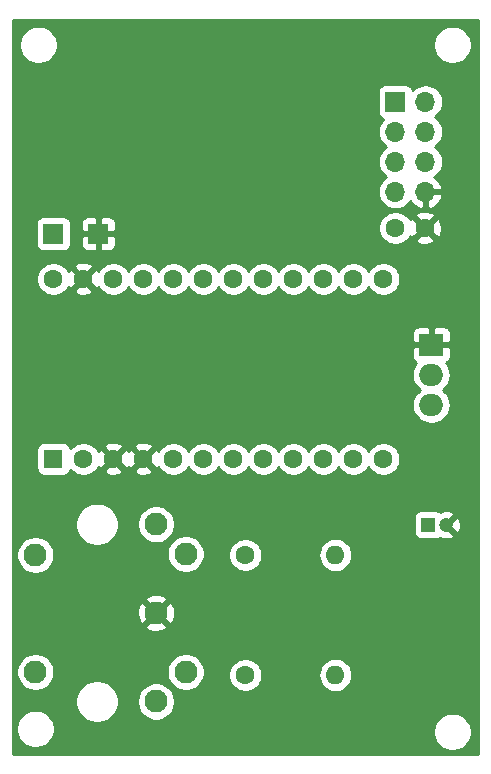
<source format=gbr>
G04 #@! TF.GenerationSoftware,KiCad,Pcbnew,(5.1.4-0-10_14)*
G04 #@! TF.CreationDate,2019-12-23T11:43:40-06:00*
G04 #@! TF.ProjectId,MIDI_RECEIVER,4d494449-5f52-4454-9345-495645522e6b,rev?*
G04 #@! TF.SameCoordinates,Original*
G04 #@! TF.FileFunction,Copper,L2,Bot*
G04 #@! TF.FilePolarity,Positive*
%FSLAX46Y46*%
G04 Gerber Fmt 4.6, Leading zero omitted, Abs format (unit mm)*
G04 Created by KiCad (PCBNEW (5.1.4-0-10_14)) date 2019-12-23 11:43:40*
%MOMM*%
%LPD*%
G04 APERTURE LIST*
%ADD10R,1.700000X1.700000*%
%ADD11O,2.000000X1.905000*%
%ADD12R,2.000000X1.905000*%
%ADD13C,1.950000*%
%ADD14O,1.600000X1.600000*%
%ADD15C,1.600000*%
%ADD16O,1.700000X1.700000*%
%ADD17R,1.600000X1.600000*%
%ADD18C,1.200000*%
%ADD19R,1.200000X1.200000*%
%ADD20C,0.800000*%
%ADD21C,0.254000*%
G04 APERTURE END LIST*
D10*
X109474000Y-94996000D03*
X105664000Y-94996000D03*
D11*
X137668000Y-109474000D03*
X137668000Y-106934000D03*
D12*
X137668000Y-104394000D03*
D13*
X116860000Y-132090000D03*
X114360000Y-134590000D03*
X116860000Y-122090000D03*
X104140000Y-132080000D03*
X114360000Y-119590000D03*
X104140000Y-122174000D03*
X114360000Y-127090000D03*
D14*
X129540000Y-132334000D03*
D15*
X121920000Y-132334000D03*
D14*
X129540000Y-122174000D03*
D15*
X121920000Y-122174000D03*
D16*
X137160000Y-91440000D03*
X134620000Y-91440000D03*
X137160000Y-88900000D03*
X134620000Y-88900000D03*
X137160000Y-86360000D03*
X134620000Y-86360000D03*
X137160000Y-83820000D03*
D10*
X134620000Y-83820000D03*
D15*
X105664000Y-98806000D03*
X108204000Y-98806000D03*
X110744000Y-98806000D03*
X113284000Y-98806000D03*
X115824000Y-98806000D03*
X118364000Y-98806000D03*
X120904000Y-98806000D03*
X123444000Y-98806000D03*
X125984000Y-98806000D03*
X128524000Y-98806000D03*
X131064000Y-98806000D03*
X133604000Y-98806000D03*
X133604000Y-114046000D03*
X131064000Y-114046000D03*
X128524000Y-114046000D03*
X125984000Y-114046000D03*
X123444000Y-114046000D03*
X120904000Y-114046000D03*
X118364000Y-114046000D03*
X115824000Y-114046000D03*
X113284000Y-114046000D03*
X110744000Y-114046000D03*
X108204000Y-114046000D03*
D17*
X105664000Y-114046000D03*
D18*
X138914000Y-119634000D03*
D19*
X137414000Y-119634000D03*
D15*
X137120000Y-94488000D03*
X134620000Y-94488000D03*
D20*
X138938000Y-91440000D03*
X116332000Y-127254000D03*
X137160000Y-96266016D03*
X113284000Y-112268000D03*
X110744000Y-112268000D03*
X108204000Y-100584000D03*
X135636000Y-104394000D03*
X111760000Y-94996000D03*
X138938000Y-117602000D03*
D21*
G36*
X141580001Y-137127572D02*
G01*
X141580000Y-137127582D01*
X141580000Y-137381582D01*
X141580001Y-139040000D01*
X102260000Y-139040000D01*
X102260000Y-136744967D01*
X102505000Y-136744967D01*
X102505000Y-137067033D01*
X102567832Y-137382912D01*
X102691082Y-137680463D01*
X102870013Y-137948252D01*
X103097748Y-138175987D01*
X103365537Y-138354918D01*
X103663088Y-138478168D01*
X103978967Y-138541000D01*
X104301033Y-138541000D01*
X104616912Y-138478168D01*
X104914463Y-138354918D01*
X105182252Y-138175987D01*
X105409987Y-137948252D01*
X105588918Y-137680463D01*
X105712168Y-137382912D01*
X105775000Y-137067033D01*
X105775000Y-136998967D01*
X137811000Y-136998967D01*
X137811000Y-137321033D01*
X137873832Y-137636912D01*
X137997082Y-137934463D01*
X138176013Y-138202252D01*
X138403748Y-138429987D01*
X138671537Y-138608918D01*
X138969088Y-138732168D01*
X139284967Y-138795000D01*
X139607033Y-138795000D01*
X139922912Y-138732168D01*
X140220463Y-138608918D01*
X140488252Y-138429987D01*
X140715987Y-138202252D01*
X140894918Y-137934463D01*
X141018168Y-137636912D01*
X141081000Y-137321033D01*
X141081000Y-136998967D01*
X141018168Y-136683088D01*
X140894918Y-136385537D01*
X140715987Y-136117748D01*
X140488252Y-135890013D01*
X140220463Y-135711082D01*
X139922912Y-135587832D01*
X139607033Y-135525000D01*
X139284967Y-135525000D01*
X138969088Y-135587832D01*
X138671537Y-135711082D01*
X138403748Y-135890013D01*
X138176013Y-136117748D01*
X137997082Y-136385537D01*
X137873832Y-136683088D01*
X137811000Y-136998967D01*
X105775000Y-136998967D01*
X105775000Y-136744967D01*
X105712168Y-136429088D01*
X105588918Y-136131537D01*
X105409987Y-135863748D01*
X105182252Y-135636013D01*
X104914463Y-135457082D01*
X104616912Y-135333832D01*
X104301033Y-135271000D01*
X103978967Y-135271000D01*
X103663088Y-135333832D01*
X103365537Y-135457082D01*
X103097748Y-135636013D01*
X102870013Y-135863748D01*
X102691082Y-136131537D01*
X102567832Y-136429088D01*
X102505000Y-136744967D01*
X102260000Y-136744967D01*
X102260000Y-134409268D01*
X107525000Y-134409268D01*
X107525000Y-134770732D01*
X107595518Y-135125250D01*
X107733844Y-135459199D01*
X107934662Y-135759744D01*
X108190256Y-136015338D01*
X108490801Y-136216156D01*
X108824750Y-136354482D01*
X109179268Y-136425000D01*
X109540732Y-136425000D01*
X109895250Y-136354482D01*
X110229199Y-136216156D01*
X110529744Y-136015338D01*
X110785338Y-135759744D01*
X110986156Y-135459199D01*
X111124482Y-135125250D01*
X111195000Y-134770732D01*
X111195000Y-134431429D01*
X112750000Y-134431429D01*
X112750000Y-134748571D01*
X112811871Y-135059620D01*
X112933237Y-135352621D01*
X113109431Y-135616315D01*
X113333685Y-135840569D01*
X113597379Y-136016763D01*
X113890380Y-136138129D01*
X114201429Y-136200000D01*
X114518571Y-136200000D01*
X114829620Y-136138129D01*
X115122621Y-136016763D01*
X115386315Y-135840569D01*
X115610569Y-135616315D01*
X115786763Y-135352621D01*
X115908129Y-135059620D01*
X115970000Y-134748571D01*
X115970000Y-134431429D01*
X115908129Y-134120380D01*
X115786763Y-133827379D01*
X115610569Y-133563685D01*
X115386315Y-133339431D01*
X115122621Y-133163237D01*
X114829620Y-133041871D01*
X114518571Y-132980000D01*
X114201429Y-132980000D01*
X113890380Y-133041871D01*
X113597379Y-133163237D01*
X113333685Y-133339431D01*
X113109431Y-133563685D01*
X112933237Y-133827379D01*
X112811871Y-134120380D01*
X112750000Y-134431429D01*
X111195000Y-134431429D01*
X111195000Y-134409268D01*
X111124482Y-134054750D01*
X110986156Y-133720801D01*
X110785338Y-133420256D01*
X110529744Y-133164662D01*
X110229199Y-132963844D01*
X109895250Y-132825518D01*
X109540732Y-132755000D01*
X109179268Y-132755000D01*
X108824750Y-132825518D01*
X108490801Y-132963844D01*
X108190256Y-133164662D01*
X107934662Y-133420256D01*
X107733844Y-133720801D01*
X107595518Y-134054750D01*
X107525000Y-134409268D01*
X102260000Y-134409268D01*
X102260000Y-131921429D01*
X102530000Y-131921429D01*
X102530000Y-132238571D01*
X102591871Y-132549620D01*
X102713237Y-132842621D01*
X102889431Y-133106315D01*
X103113685Y-133330569D01*
X103377379Y-133506763D01*
X103670380Y-133628129D01*
X103981429Y-133690000D01*
X104298571Y-133690000D01*
X104609620Y-133628129D01*
X104902621Y-133506763D01*
X105166315Y-133330569D01*
X105390569Y-133106315D01*
X105566763Y-132842621D01*
X105688129Y-132549620D01*
X105750000Y-132238571D01*
X105750000Y-131931429D01*
X115250000Y-131931429D01*
X115250000Y-132248571D01*
X115311871Y-132559620D01*
X115433237Y-132852621D01*
X115609431Y-133116315D01*
X115833685Y-133340569D01*
X116097379Y-133516763D01*
X116390380Y-133638129D01*
X116701429Y-133700000D01*
X117018571Y-133700000D01*
X117329620Y-133638129D01*
X117622621Y-133516763D01*
X117886315Y-133340569D01*
X118110569Y-133116315D01*
X118286763Y-132852621D01*
X118408129Y-132559620D01*
X118470000Y-132248571D01*
X118470000Y-132192665D01*
X120485000Y-132192665D01*
X120485000Y-132475335D01*
X120540147Y-132752574D01*
X120648320Y-133013727D01*
X120805363Y-133248759D01*
X121005241Y-133448637D01*
X121240273Y-133605680D01*
X121501426Y-133713853D01*
X121778665Y-133769000D01*
X122061335Y-133769000D01*
X122338574Y-133713853D01*
X122599727Y-133605680D01*
X122834759Y-133448637D01*
X123034637Y-133248759D01*
X123191680Y-133013727D01*
X123299853Y-132752574D01*
X123355000Y-132475335D01*
X123355000Y-132334000D01*
X128098057Y-132334000D01*
X128125764Y-132615309D01*
X128207818Y-132885808D01*
X128341068Y-133135101D01*
X128520392Y-133353608D01*
X128738899Y-133532932D01*
X128988192Y-133666182D01*
X129258691Y-133748236D01*
X129469508Y-133769000D01*
X129610492Y-133769000D01*
X129821309Y-133748236D01*
X130091808Y-133666182D01*
X130341101Y-133532932D01*
X130559608Y-133353608D01*
X130738932Y-133135101D01*
X130872182Y-132885808D01*
X130954236Y-132615309D01*
X130981943Y-132334000D01*
X130954236Y-132052691D01*
X130872182Y-131782192D01*
X130738932Y-131532899D01*
X130559608Y-131314392D01*
X130341101Y-131135068D01*
X130091808Y-131001818D01*
X129821309Y-130919764D01*
X129610492Y-130899000D01*
X129469508Y-130899000D01*
X129258691Y-130919764D01*
X128988192Y-131001818D01*
X128738899Y-131135068D01*
X128520392Y-131314392D01*
X128341068Y-131532899D01*
X128207818Y-131782192D01*
X128125764Y-132052691D01*
X128098057Y-132334000D01*
X123355000Y-132334000D01*
X123355000Y-132192665D01*
X123299853Y-131915426D01*
X123191680Y-131654273D01*
X123034637Y-131419241D01*
X122834759Y-131219363D01*
X122599727Y-131062320D01*
X122338574Y-130954147D01*
X122061335Y-130899000D01*
X121778665Y-130899000D01*
X121501426Y-130954147D01*
X121240273Y-131062320D01*
X121005241Y-131219363D01*
X120805363Y-131419241D01*
X120648320Y-131654273D01*
X120540147Y-131915426D01*
X120485000Y-132192665D01*
X118470000Y-132192665D01*
X118470000Y-131931429D01*
X118408129Y-131620380D01*
X118286763Y-131327379D01*
X118110569Y-131063685D01*
X117886315Y-130839431D01*
X117622621Y-130663237D01*
X117329620Y-130541871D01*
X117018571Y-130480000D01*
X116701429Y-130480000D01*
X116390380Y-130541871D01*
X116097379Y-130663237D01*
X115833685Y-130839431D01*
X115609431Y-131063685D01*
X115433237Y-131327379D01*
X115311871Y-131620380D01*
X115250000Y-131931429D01*
X105750000Y-131931429D01*
X105750000Y-131921429D01*
X105688129Y-131610380D01*
X105566763Y-131317379D01*
X105390569Y-131053685D01*
X105166315Y-130829431D01*
X104902621Y-130653237D01*
X104609620Y-130531871D01*
X104298571Y-130470000D01*
X103981429Y-130470000D01*
X103670380Y-130531871D01*
X103377379Y-130653237D01*
X103113685Y-130829431D01*
X102889431Y-131053685D01*
X102713237Y-131317379D01*
X102591871Y-131610380D01*
X102530000Y-131921429D01*
X102260000Y-131921429D01*
X102260000Y-128207584D01*
X113422021Y-128207584D01*
X113514766Y-128469429D01*
X113800120Y-128607820D01*
X114106990Y-128687883D01*
X114423584Y-128706540D01*
X114737733Y-128663074D01*
X115037367Y-128559156D01*
X115205234Y-128469429D01*
X115297979Y-128207584D01*
X114360000Y-127269605D01*
X113422021Y-128207584D01*
X102260000Y-128207584D01*
X102260000Y-127153584D01*
X112743460Y-127153584D01*
X112786926Y-127467733D01*
X112890844Y-127767367D01*
X112980571Y-127935234D01*
X113242416Y-128027979D01*
X114180395Y-127090000D01*
X114539605Y-127090000D01*
X115477584Y-128027979D01*
X115739429Y-127935234D01*
X115877820Y-127649880D01*
X115957883Y-127343010D01*
X115976540Y-127026416D01*
X115933074Y-126712267D01*
X115829156Y-126412633D01*
X115739429Y-126244766D01*
X115477584Y-126152021D01*
X114539605Y-127090000D01*
X114180395Y-127090000D01*
X113242416Y-126152021D01*
X112980571Y-126244766D01*
X112842180Y-126530120D01*
X112762117Y-126836990D01*
X112743460Y-127153584D01*
X102260000Y-127153584D01*
X102260000Y-125972416D01*
X113422021Y-125972416D01*
X114360000Y-126910395D01*
X115297979Y-125972416D01*
X115205234Y-125710571D01*
X114919880Y-125572180D01*
X114613010Y-125492117D01*
X114296416Y-125473460D01*
X113982267Y-125516926D01*
X113682633Y-125620844D01*
X113514766Y-125710571D01*
X113422021Y-125972416D01*
X102260000Y-125972416D01*
X102260000Y-122015429D01*
X102530000Y-122015429D01*
X102530000Y-122332571D01*
X102591871Y-122643620D01*
X102713237Y-122936621D01*
X102889431Y-123200315D01*
X103113685Y-123424569D01*
X103377379Y-123600763D01*
X103670380Y-123722129D01*
X103981429Y-123784000D01*
X104298571Y-123784000D01*
X104609620Y-123722129D01*
X104902621Y-123600763D01*
X105166315Y-123424569D01*
X105390569Y-123200315D01*
X105566763Y-122936621D01*
X105688129Y-122643620D01*
X105750000Y-122332571D01*
X105750000Y-122015429D01*
X105733292Y-121931429D01*
X115250000Y-121931429D01*
X115250000Y-122248571D01*
X115311871Y-122559620D01*
X115433237Y-122852621D01*
X115609431Y-123116315D01*
X115833685Y-123340569D01*
X116097379Y-123516763D01*
X116390380Y-123638129D01*
X116701429Y-123700000D01*
X117018571Y-123700000D01*
X117329620Y-123638129D01*
X117622621Y-123516763D01*
X117886315Y-123340569D01*
X118110569Y-123116315D01*
X118286763Y-122852621D01*
X118408129Y-122559620D01*
X118470000Y-122248571D01*
X118470000Y-122032665D01*
X120485000Y-122032665D01*
X120485000Y-122315335D01*
X120540147Y-122592574D01*
X120648320Y-122853727D01*
X120805363Y-123088759D01*
X121005241Y-123288637D01*
X121240273Y-123445680D01*
X121501426Y-123553853D01*
X121778665Y-123609000D01*
X122061335Y-123609000D01*
X122338574Y-123553853D01*
X122599727Y-123445680D01*
X122834759Y-123288637D01*
X123034637Y-123088759D01*
X123191680Y-122853727D01*
X123299853Y-122592574D01*
X123355000Y-122315335D01*
X123355000Y-122174000D01*
X128098057Y-122174000D01*
X128125764Y-122455309D01*
X128207818Y-122725808D01*
X128341068Y-122975101D01*
X128520392Y-123193608D01*
X128738899Y-123372932D01*
X128988192Y-123506182D01*
X129258691Y-123588236D01*
X129469508Y-123609000D01*
X129610492Y-123609000D01*
X129821309Y-123588236D01*
X130091808Y-123506182D01*
X130341101Y-123372932D01*
X130559608Y-123193608D01*
X130738932Y-122975101D01*
X130872182Y-122725808D01*
X130954236Y-122455309D01*
X130981943Y-122174000D01*
X130954236Y-121892691D01*
X130872182Y-121622192D01*
X130738932Y-121372899D01*
X130559608Y-121154392D01*
X130341101Y-120975068D01*
X130091808Y-120841818D01*
X129821309Y-120759764D01*
X129610492Y-120739000D01*
X129469508Y-120739000D01*
X129258691Y-120759764D01*
X128988192Y-120841818D01*
X128738899Y-120975068D01*
X128520392Y-121154392D01*
X128341068Y-121372899D01*
X128207818Y-121622192D01*
X128125764Y-121892691D01*
X128098057Y-122174000D01*
X123355000Y-122174000D01*
X123355000Y-122032665D01*
X123299853Y-121755426D01*
X123191680Y-121494273D01*
X123034637Y-121259241D01*
X122834759Y-121059363D01*
X122599727Y-120902320D01*
X122338574Y-120794147D01*
X122061335Y-120739000D01*
X121778665Y-120739000D01*
X121501426Y-120794147D01*
X121240273Y-120902320D01*
X121005241Y-121059363D01*
X120805363Y-121259241D01*
X120648320Y-121494273D01*
X120540147Y-121755426D01*
X120485000Y-122032665D01*
X118470000Y-122032665D01*
X118470000Y-121931429D01*
X118408129Y-121620380D01*
X118286763Y-121327379D01*
X118110569Y-121063685D01*
X117886315Y-120839431D01*
X117622621Y-120663237D01*
X117329620Y-120541871D01*
X117018571Y-120480000D01*
X116701429Y-120480000D01*
X116390380Y-120541871D01*
X116097379Y-120663237D01*
X115833685Y-120839431D01*
X115609431Y-121063685D01*
X115433237Y-121327379D01*
X115311871Y-121620380D01*
X115250000Y-121931429D01*
X105733292Y-121931429D01*
X105688129Y-121704380D01*
X105566763Y-121411379D01*
X105390569Y-121147685D01*
X105166315Y-120923431D01*
X104902621Y-120747237D01*
X104609620Y-120625871D01*
X104298571Y-120564000D01*
X103981429Y-120564000D01*
X103670380Y-120625871D01*
X103377379Y-120747237D01*
X103113685Y-120923431D01*
X102889431Y-121147685D01*
X102713237Y-121411379D01*
X102591871Y-121704380D01*
X102530000Y-122015429D01*
X102260000Y-122015429D01*
X102260000Y-119409268D01*
X107525000Y-119409268D01*
X107525000Y-119770732D01*
X107595518Y-120125250D01*
X107733844Y-120459199D01*
X107934662Y-120759744D01*
X108190256Y-121015338D01*
X108490801Y-121216156D01*
X108824750Y-121354482D01*
X109179268Y-121425000D01*
X109540732Y-121425000D01*
X109895250Y-121354482D01*
X110229199Y-121216156D01*
X110529744Y-121015338D01*
X110785338Y-120759744D01*
X110986156Y-120459199D01*
X111124482Y-120125250D01*
X111195000Y-119770732D01*
X111195000Y-119431429D01*
X112750000Y-119431429D01*
X112750000Y-119748571D01*
X112811871Y-120059620D01*
X112933237Y-120352621D01*
X113109431Y-120616315D01*
X113333685Y-120840569D01*
X113597379Y-121016763D01*
X113890380Y-121138129D01*
X114201429Y-121200000D01*
X114518571Y-121200000D01*
X114829620Y-121138129D01*
X115122621Y-121016763D01*
X115386315Y-120840569D01*
X115610569Y-120616315D01*
X115786763Y-120352621D01*
X115908129Y-120059620D01*
X115970000Y-119748571D01*
X115970000Y-119431429D01*
X115908129Y-119120380D01*
X115872349Y-119034000D01*
X136175928Y-119034000D01*
X136175928Y-120234000D01*
X136188188Y-120358482D01*
X136224498Y-120478180D01*
X136283463Y-120588494D01*
X136362815Y-120685185D01*
X136459506Y-120764537D01*
X136569820Y-120823502D01*
X136689518Y-120859812D01*
X136814000Y-120872072D01*
X138014000Y-120872072D01*
X138138482Y-120859812D01*
X138258180Y-120823502D01*
X138368494Y-120764537D01*
X138385681Y-120750432D01*
X138512516Y-120808237D01*
X138749313Y-120864000D01*
X138992438Y-120872495D01*
X139232549Y-120833395D01*
X139460418Y-120748202D01*
X139536852Y-120707348D01*
X139584159Y-120483764D01*
X138914000Y-119813605D01*
X138899858Y-119827748D01*
X138720253Y-119648143D01*
X138734395Y-119634000D01*
X139093605Y-119634000D01*
X139763764Y-120304159D01*
X139987348Y-120256852D01*
X140088237Y-120035484D01*
X140144000Y-119798687D01*
X140152495Y-119555562D01*
X140113395Y-119315451D01*
X140028202Y-119087582D01*
X139987348Y-119011148D01*
X139763764Y-118963841D01*
X139093605Y-119634000D01*
X138734395Y-119634000D01*
X138720253Y-119619858D01*
X138899858Y-119440253D01*
X138914000Y-119454395D01*
X139584159Y-118784236D01*
X139536852Y-118560652D01*
X139315484Y-118459763D01*
X139078687Y-118404000D01*
X138835562Y-118395505D01*
X138595451Y-118434605D01*
X138381883Y-118514451D01*
X138368494Y-118503463D01*
X138258180Y-118444498D01*
X138138482Y-118408188D01*
X138014000Y-118395928D01*
X136814000Y-118395928D01*
X136689518Y-118408188D01*
X136569820Y-118444498D01*
X136459506Y-118503463D01*
X136362815Y-118582815D01*
X136283463Y-118679506D01*
X136224498Y-118789820D01*
X136188188Y-118909518D01*
X136175928Y-119034000D01*
X115872349Y-119034000D01*
X115786763Y-118827379D01*
X115610569Y-118563685D01*
X115386315Y-118339431D01*
X115122621Y-118163237D01*
X114829620Y-118041871D01*
X114518571Y-117980000D01*
X114201429Y-117980000D01*
X113890380Y-118041871D01*
X113597379Y-118163237D01*
X113333685Y-118339431D01*
X113109431Y-118563685D01*
X112933237Y-118827379D01*
X112811871Y-119120380D01*
X112750000Y-119431429D01*
X111195000Y-119431429D01*
X111195000Y-119409268D01*
X111124482Y-119054750D01*
X110986156Y-118720801D01*
X110785338Y-118420256D01*
X110529744Y-118164662D01*
X110229199Y-117963844D01*
X109895250Y-117825518D01*
X109540732Y-117755000D01*
X109179268Y-117755000D01*
X108824750Y-117825518D01*
X108490801Y-117963844D01*
X108190256Y-118164662D01*
X107934662Y-118420256D01*
X107733844Y-118720801D01*
X107595518Y-119054750D01*
X107525000Y-119409268D01*
X102260000Y-119409268D01*
X102260000Y-113246000D01*
X104225928Y-113246000D01*
X104225928Y-114846000D01*
X104238188Y-114970482D01*
X104274498Y-115090180D01*
X104333463Y-115200494D01*
X104412815Y-115297185D01*
X104509506Y-115376537D01*
X104619820Y-115435502D01*
X104739518Y-115471812D01*
X104864000Y-115484072D01*
X106464000Y-115484072D01*
X106588482Y-115471812D01*
X106708180Y-115435502D01*
X106818494Y-115376537D01*
X106915185Y-115297185D01*
X106994537Y-115200494D01*
X107053502Y-115090180D01*
X107089812Y-114970482D01*
X107090643Y-114962039D01*
X107289241Y-115160637D01*
X107524273Y-115317680D01*
X107785426Y-115425853D01*
X108062665Y-115481000D01*
X108345335Y-115481000D01*
X108622574Y-115425853D01*
X108883727Y-115317680D01*
X109118759Y-115160637D01*
X109240694Y-115038702D01*
X109930903Y-115038702D01*
X110002486Y-115282671D01*
X110257996Y-115403571D01*
X110532184Y-115472300D01*
X110814512Y-115486217D01*
X111094130Y-115444787D01*
X111360292Y-115349603D01*
X111485514Y-115282671D01*
X111557097Y-115038702D01*
X112470903Y-115038702D01*
X112542486Y-115282671D01*
X112797996Y-115403571D01*
X113072184Y-115472300D01*
X113354512Y-115486217D01*
X113634130Y-115444787D01*
X113900292Y-115349603D01*
X114025514Y-115282671D01*
X114097097Y-115038702D01*
X113284000Y-114225605D01*
X112470903Y-115038702D01*
X111557097Y-115038702D01*
X110744000Y-114225605D01*
X109930903Y-115038702D01*
X109240694Y-115038702D01*
X109318637Y-114960759D01*
X109474915Y-114726872D01*
X109507329Y-114787514D01*
X109751298Y-114859097D01*
X110564395Y-114046000D01*
X110923605Y-114046000D01*
X111736702Y-114859097D01*
X111980671Y-114787514D01*
X112011971Y-114721364D01*
X112047329Y-114787514D01*
X112291298Y-114859097D01*
X113104395Y-114046000D01*
X113463605Y-114046000D01*
X114276702Y-114859097D01*
X114520671Y-114787514D01*
X114551194Y-114723008D01*
X114552320Y-114725727D01*
X114709363Y-114960759D01*
X114909241Y-115160637D01*
X115144273Y-115317680D01*
X115405426Y-115425853D01*
X115682665Y-115481000D01*
X115965335Y-115481000D01*
X116242574Y-115425853D01*
X116503727Y-115317680D01*
X116738759Y-115160637D01*
X116938637Y-114960759D01*
X117094000Y-114728241D01*
X117249363Y-114960759D01*
X117449241Y-115160637D01*
X117684273Y-115317680D01*
X117945426Y-115425853D01*
X118222665Y-115481000D01*
X118505335Y-115481000D01*
X118782574Y-115425853D01*
X119043727Y-115317680D01*
X119278759Y-115160637D01*
X119478637Y-114960759D01*
X119634000Y-114728241D01*
X119789363Y-114960759D01*
X119989241Y-115160637D01*
X120224273Y-115317680D01*
X120485426Y-115425853D01*
X120762665Y-115481000D01*
X121045335Y-115481000D01*
X121322574Y-115425853D01*
X121583727Y-115317680D01*
X121818759Y-115160637D01*
X122018637Y-114960759D01*
X122174000Y-114728241D01*
X122329363Y-114960759D01*
X122529241Y-115160637D01*
X122764273Y-115317680D01*
X123025426Y-115425853D01*
X123302665Y-115481000D01*
X123585335Y-115481000D01*
X123862574Y-115425853D01*
X124123727Y-115317680D01*
X124358759Y-115160637D01*
X124558637Y-114960759D01*
X124714000Y-114728241D01*
X124869363Y-114960759D01*
X125069241Y-115160637D01*
X125304273Y-115317680D01*
X125565426Y-115425853D01*
X125842665Y-115481000D01*
X126125335Y-115481000D01*
X126402574Y-115425853D01*
X126663727Y-115317680D01*
X126898759Y-115160637D01*
X127098637Y-114960759D01*
X127254000Y-114728241D01*
X127409363Y-114960759D01*
X127609241Y-115160637D01*
X127844273Y-115317680D01*
X128105426Y-115425853D01*
X128382665Y-115481000D01*
X128665335Y-115481000D01*
X128942574Y-115425853D01*
X129203727Y-115317680D01*
X129438759Y-115160637D01*
X129638637Y-114960759D01*
X129794000Y-114728241D01*
X129949363Y-114960759D01*
X130149241Y-115160637D01*
X130384273Y-115317680D01*
X130645426Y-115425853D01*
X130922665Y-115481000D01*
X131205335Y-115481000D01*
X131482574Y-115425853D01*
X131743727Y-115317680D01*
X131978759Y-115160637D01*
X132178637Y-114960759D01*
X132334000Y-114728241D01*
X132489363Y-114960759D01*
X132689241Y-115160637D01*
X132924273Y-115317680D01*
X133185426Y-115425853D01*
X133462665Y-115481000D01*
X133745335Y-115481000D01*
X134022574Y-115425853D01*
X134283727Y-115317680D01*
X134518759Y-115160637D01*
X134718637Y-114960759D01*
X134875680Y-114725727D01*
X134983853Y-114464574D01*
X135039000Y-114187335D01*
X135039000Y-113904665D01*
X134983853Y-113627426D01*
X134875680Y-113366273D01*
X134718637Y-113131241D01*
X134518759Y-112931363D01*
X134283727Y-112774320D01*
X134022574Y-112666147D01*
X133745335Y-112611000D01*
X133462665Y-112611000D01*
X133185426Y-112666147D01*
X132924273Y-112774320D01*
X132689241Y-112931363D01*
X132489363Y-113131241D01*
X132334000Y-113363759D01*
X132178637Y-113131241D01*
X131978759Y-112931363D01*
X131743727Y-112774320D01*
X131482574Y-112666147D01*
X131205335Y-112611000D01*
X130922665Y-112611000D01*
X130645426Y-112666147D01*
X130384273Y-112774320D01*
X130149241Y-112931363D01*
X129949363Y-113131241D01*
X129794000Y-113363759D01*
X129638637Y-113131241D01*
X129438759Y-112931363D01*
X129203727Y-112774320D01*
X128942574Y-112666147D01*
X128665335Y-112611000D01*
X128382665Y-112611000D01*
X128105426Y-112666147D01*
X127844273Y-112774320D01*
X127609241Y-112931363D01*
X127409363Y-113131241D01*
X127254000Y-113363759D01*
X127098637Y-113131241D01*
X126898759Y-112931363D01*
X126663727Y-112774320D01*
X126402574Y-112666147D01*
X126125335Y-112611000D01*
X125842665Y-112611000D01*
X125565426Y-112666147D01*
X125304273Y-112774320D01*
X125069241Y-112931363D01*
X124869363Y-113131241D01*
X124714000Y-113363759D01*
X124558637Y-113131241D01*
X124358759Y-112931363D01*
X124123727Y-112774320D01*
X123862574Y-112666147D01*
X123585335Y-112611000D01*
X123302665Y-112611000D01*
X123025426Y-112666147D01*
X122764273Y-112774320D01*
X122529241Y-112931363D01*
X122329363Y-113131241D01*
X122174000Y-113363759D01*
X122018637Y-113131241D01*
X121818759Y-112931363D01*
X121583727Y-112774320D01*
X121322574Y-112666147D01*
X121045335Y-112611000D01*
X120762665Y-112611000D01*
X120485426Y-112666147D01*
X120224273Y-112774320D01*
X119989241Y-112931363D01*
X119789363Y-113131241D01*
X119634000Y-113363759D01*
X119478637Y-113131241D01*
X119278759Y-112931363D01*
X119043727Y-112774320D01*
X118782574Y-112666147D01*
X118505335Y-112611000D01*
X118222665Y-112611000D01*
X117945426Y-112666147D01*
X117684273Y-112774320D01*
X117449241Y-112931363D01*
X117249363Y-113131241D01*
X117094000Y-113363759D01*
X116938637Y-113131241D01*
X116738759Y-112931363D01*
X116503727Y-112774320D01*
X116242574Y-112666147D01*
X115965335Y-112611000D01*
X115682665Y-112611000D01*
X115405426Y-112666147D01*
X115144273Y-112774320D01*
X114909241Y-112931363D01*
X114709363Y-113131241D01*
X114553085Y-113365128D01*
X114520671Y-113304486D01*
X114276702Y-113232903D01*
X113463605Y-114046000D01*
X113104395Y-114046000D01*
X112291298Y-113232903D01*
X112047329Y-113304486D01*
X112016029Y-113370636D01*
X111980671Y-113304486D01*
X111736702Y-113232903D01*
X110923605Y-114046000D01*
X110564395Y-114046000D01*
X109751298Y-113232903D01*
X109507329Y-113304486D01*
X109476806Y-113368992D01*
X109475680Y-113366273D01*
X109318637Y-113131241D01*
X109240694Y-113053298D01*
X109930903Y-113053298D01*
X110744000Y-113866395D01*
X111557097Y-113053298D01*
X112470903Y-113053298D01*
X113284000Y-113866395D01*
X114097097Y-113053298D01*
X114025514Y-112809329D01*
X113770004Y-112688429D01*
X113495816Y-112619700D01*
X113213488Y-112605783D01*
X112933870Y-112647213D01*
X112667708Y-112742397D01*
X112542486Y-112809329D01*
X112470903Y-113053298D01*
X111557097Y-113053298D01*
X111485514Y-112809329D01*
X111230004Y-112688429D01*
X110955816Y-112619700D01*
X110673488Y-112605783D01*
X110393870Y-112647213D01*
X110127708Y-112742397D01*
X110002486Y-112809329D01*
X109930903Y-113053298D01*
X109240694Y-113053298D01*
X109118759Y-112931363D01*
X108883727Y-112774320D01*
X108622574Y-112666147D01*
X108345335Y-112611000D01*
X108062665Y-112611000D01*
X107785426Y-112666147D01*
X107524273Y-112774320D01*
X107289241Y-112931363D01*
X107090643Y-113129961D01*
X107089812Y-113121518D01*
X107053502Y-113001820D01*
X106994537Y-112891506D01*
X106915185Y-112794815D01*
X106818494Y-112715463D01*
X106708180Y-112656498D01*
X106588482Y-112620188D01*
X106464000Y-112607928D01*
X104864000Y-112607928D01*
X104739518Y-112620188D01*
X104619820Y-112656498D01*
X104509506Y-112715463D01*
X104412815Y-112794815D01*
X104333463Y-112891506D01*
X104274498Y-113001820D01*
X104238188Y-113121518D01*
X104225928Y-113246000D01*
X102260000Y-113246000D01*
X102260000Y-106934000D01*
X136025319Y-106934000D01*
X136055970Y-107245204D01*
X136146745Y-107544449D01*
X136294155Y-107820235D01*
X136492537Y-108061963D01*
X136665609Y-108204000D01*
X136492537Y-108346037D01*
X136294155Y-108587765D01*
X136146745Y-108863551D01*
X136055970Y-109162796D01*
X136025319Y-109474000D01*
X136055970Y-109785204D01*
X136146745Y-110084449D01*
X136294155Y-110360235D01*
X136492537Y-110601963D01*
X136734265Y-110800345D01*
X137010051Y-110947755D01*
X137309296Y-111038530D01*
X137542514Y-111061500D01*
X137793486Y-111061500D01*
X138026704Y-111038530D01*
X138325949Y-110947755D01*
X138601735Y-110800345D01*
X138843463Y-110601963D01*
X139041845Y-110360235D01*
X139189255Y-110084449D01*
X139280030Y-109785204D01*
X139310681Y-109474000D01*
X139280030Y-109162796D01*
X139189255Y-108863551D01*
X139041845Y-108587765D01*
X138843463Y-108346037D01*
X138670391Y-108204000D01*
X138843463Y-108061963D01*
X139041845Y-107820235D01*
X139189255Y-107544449D01*
X139280030Y-107245204D01*
X139310681Y-106934000D01*
X139280030Y-106622796D01*
X139189255Y-106323551D01*
X139041845Y-106047765D01*
X138938554Y-105921905D01*
X139022494Y-105877037D01*
X139119185Y-105797685D01*
X139198537Y-105700994D01*
X139257502Y-105590680D01*
X139293812Y-105470982D01*
X139306072Y-105346500D01*
X139303000Y-104679750D01*
X139144250Y-104521000D01*
X137795000Y-104521000D01*
X137795000Y-104541000D01*
X137541000Y-104541000D01*
X137541000Y-104521000D01*
X136191750Y-104521000D01*
X136033000Y-104679750D01*
X136029928Y-105346500D01*
X136042188Y-105470982D01*
X136078498Y-105590680D01*
X136137463Y-105700994D01*
X136216815Y-105797685D01*
X136313506Y-105877037D01*
X136397446Y-105921905D01*
X136294155Y-106047765D01*
X136146745Y-106323551D01*
X136055970Y-106622796D01*
X136025319Y-106934000D01*
X102260000Y-106934000D01*
X102260000Y-103441500D01*
X136029928Y-103441500D01*
X136033000Y-104108250D01*
X136191750Y-104267000D01*
X137541000Y-104267000D01*
X137541000Y-102965250D01*
X137795000Y-102965250D01*
X137795000Y-104267000D01*
X139144250Y-104267000D01*
X139303000Y-104108250D01*
X139306072Y-103441500D01*
X139293812Y-103317018D01*
X139257502Y-103197320D01*
X139198537Y-103087006D01*
X139119185Y-102990315D01*
X139022494Y-102910963D01*
X138912180Y-102851998D01*
X138792482Y-102815688D01*
X138668000Y-102803428D01*
X137953750Y-102806500D01*
X137795000Y-102965250D01*
X137541000Y-102965250D01*
X137382250Y-102806500D01*
X136668000Y-102803428D01*
X136543518Y-102815688D01*
X136423820Y-102851998D01*
X136313506Y-102910963D01*
X136216815Y-102990315D01*
X136137463Y-103087006D01*
X136078498Y-103197320D01*
X136042188Y-103317018D01*
X136029928Y-103441500D01*
X102260000Y-103441500D01*
X102260000Y-98664665D01*
X104229000Y-98664665D01*
X104229000Y-98947335D01*
X104284147Y-99224574D01*
X104392320Y-99485727D01*
X104549363Y-99720759D01*
X104749241Y-99920637D01*
X104984273Y-100077680D01*
X105245426Y-100185853D01*
X105522665Y-100241000D01*
X105805335Y-100241000D01*
X106082574Y-100185853D01*
X106343727Y-100077680D01*
X106578759Y-99920637D01*
X106700694Y-99798702D01*
X107390903Y-99798702D01*
X107462486Y-100042671D01*
X107717996Y-100163571D01*
X107992184Y-100232300D01*
X108274512Y-100246217D01*
X108554130Y-100204787D01*
X108820292Y-100109603D01*
X108945514Y-100042671D01*
X109017097Y-99798702D01*
X108204000Y-98985605D01*
X107390903Y-99798702D01*
X106700694Y-99798702D01*
X106778637Y-99720759D01*
X106934915Y-99486872D01*
X106967329Y-99547514D01*
X107211298Y-99619097D01*
X108024395Y-98806000D01*
X108383605Y-98806000D01*
X109196702Y-99619097D01*
X109440671Y-99547514D01*
X109471194Y-99483008D01*
X109472320Y-99485727D01*
X109629363Y-99720759D01*
X109829241Y-99920637D01*
X110064273Y-100077680D01*
X110325426Y-100185853D01*
X110602665Y-100241000D01*
X110885335Y-100241000D01*
X111162574Y-100185853D01*
X111423727Y-100077680D01*
X111658759Y-99920637D01*
X111858637Y-99720759D01*
X112014000Y-99488241D01*
X112169363Y-99720759D01*
X112369241Y-99920637D01*
X112604273Y-100077680D01*
X112865426Y-100185853D01*
X113142665Y-100241000D01*
X113425335Y-100241000D01*
X113702574Y-100185853D01*
X113963727Y-100077680D01*
X114198759Y-99920637D01*
X114398637Y-99720759D01*
X114554000Y-99488241D01*
X114709363Y-99720759D01*
X114909241Y-99920637D01*
X115144273Y-100077680D01*
X115405426Y-100185853D01*
X115682665Y-100241000D01*
X115965335Y-100241000D01*
X116242574Y-100185853D01*
X116503727Y-100077680D01*
X116738759Y-99920637D01*
X116938637Y-99720759D01*
X117094000Y-99488241D01*
X117249363Y-99720759D01*
X117449241Y-99920637D01*
X117684273Y-100077680D01*
X117945426Y-100185853D01*
X118222665Y-100241000D01*
X118505335Y-100241000D01*
X118782574Y-100185853D01*
X119043727Y-100077680D01*
X119278759Y-99920637D01*
X119478637Y-99720759D01*
X119634000Y-99488241D01*
X119789363Y-99720759D01*
X119989241Y-99920637D01*
X120224273Y-100077680D01*
X120485426Y-100185853D01*
X120762665Y-100241000D01*
X121045335Y-100241000D01*
X121322574Y-100185853D01*
X121583727Y-100077680D01*
X121818759Y-99920637D01*
X122018637Y-99720759D01*
X122174000Y-99488241D01*
X122329363Y-99720759D01*
X122529241Y-99920637D01*
X122764273Y-100077680D01*
X123025426Y-100185853D01*
X123302665Y-100241000D01*
X123585335Y-100241000D01*
X123862574Y-100185853D01*
X124123727Y-100077680D01*
X124358759Y-99920637D01*
X124558637Y-99720759D01*
X124714000Y-99488241D01*
X124869363Y-99720759D01*
X125069241Y-99920637D01*
X125304273Y-100077680D01*
X125565426Y-100185853D01*
X125842665Y-100241000D01*
X126125335Y-100241000D01*
X126402574Y-100185853D01*
X126663727Y-100077680D01*
X126898759Y-99920637D01*
X127098637Y-99720759D01*
X127254000Y-99488241D01*
X127409363Y-99720759D01*
X127609241Y-99920637D01*
X127844273Y-100077680D01*
X128105426Y-100185853D01*
X128382665Y-100241000D01*
X128665335Y-100241000D01*
X128942574Y-100185853D01*
X129203727Y-100077680D01*
X129438759Y-99920637D01*
X129638637Y-99720759D01*
X129794000Y-99488241D01*
X129949363Y-99720759D01*
X130149241Y-99920637D01*
X130384273Y-100077680D01*
X130645426Y-100185853D01*
X130922665Y-100241000D01*
X131205335Y-100241000D01*
X131482574Y-100185853D01*
X131743727Y-100077680D01*
X131978759Y-99920637D01*
X132178637Y-99720759D01*
X132334000Y-99488241D01*
X132489363Y-99720759D01*
X132689241Y-99920637D01*
X132924273Y-100077680D01*
X133185426Y-100185853D01*
X133462665Y-100241000D01*
X133745335Y-100241000D01*
X134022574Y-100185853D01*
X134283727Y-100077680D01*
X134518759Y-99920637D01*
X134718637Y-99720759D01*
X134875680Y-99485727D01*
X134983853Y-99224574D01*
X135039000Y-98947335D01*
X135039000Y-98664665D01*
X134983853Y-98387426D01*
X134875680Y-98126273D01*
X134718637Y-97891241D01*
X134518759Y-97691363D01*
X134283727Y-97534320D01*
X134022574Y-97426147D01*
X133745335Y-97371000D01*
X133462665Y-97371000D01*
X133185426Y-97426147D01*
X132924273Y-97534320D01*
X132689241Y-97691363D01*
X132489363Y-97891241D01*
X132334000Y-98123759D01*
X132178637Y-97891241D01*
X131978759Y-97691363D01*
X131743727Y-97534320D01*
X131482574Y-97426147D01*
X131205335Y-97371000D01*
X130922665Y-97371000D01*
X130645426Y-97426147D01*
X130384273Y-97534320D01*
X130149241Y-97691363D01*
X129949363Y-97891241D01*
X129794000Y-98123759D01*
X129638637Y-97891241D01*
X129438759Y-97691363D01*
X129203727Y-97534320D01*
X128942574Y-97426147D01*
X128665335Y-97371000D01*
X128382665Y-97371000D01*
X128105426Y-97426147D01*
X127844273Y-97534320D01*
X127609241Y-97691363D01*
X127409363Y-97891241D01*
X127254000Y-98123759D01*
X127098637Y-97891241D01*
X126898759Y-97691363D01*
X126663727Y-97534320D01*
X126402574Y-97426147D01*
X126125335Y-97371000D01*
X125842665Y-97371000D01*
X125565426Y-97426147D01*
X125304273Y-97534320D01*
X125069241Y-97691363D01*
X124869363Y-97891241D01*
X124714000Y-98123759D01*
X124558637Y-97891241D01*
X124358759Y-97691363D01*
X124123727Y-97534320D01*
X123862574Y-97426147D01*
X123585335Y-97371000D01*
X123302665Y-97371000D01*
X123025426Y-97426147D01*
X122764273Y-97534320D01*
X122529241Y-97691363D01*
X122329363Y-97891241D01*
X122174000Y-98123759D01*
X122018637Y-97891241D01*
X121818759Y-97691363D01*
X121583727Y-97534320D01*
X121322574Y-97426147D01*
X121045335Y-97371000D01*
X120762665Y-97371000D01*
X120485426Y-97426147D01*
X120224273Y-97534320D01*
X119989241Y-97691363D01*
X119789363Y-97891241D01*
X119634000Y-98123759D01*
X119478637Y-97891241D01*
X119278759Y-97691363D01*
X119043727Y-97534320D01*
X118782574Y-97426147D01*
X118505335Y-97371000D01*
X118222665Y-97371000D01*
X117945426Y-97426147D01*
X117684273Y-97534320D01*
X117449241Y-97691363D01*
X117249363Y-97891241D01*
X117094000Y-98123759D01*
X116938637Y-97891241D01*
X116738759Y-97691363D01*
X116503727Y-97534320D01*
X116242574Y-97426147D01*
X115965335Y-97371000D01*
X115682665Y-97371000D01*
X115405426Y-97426147D01*
X115144273Y-97534320D01*
X114909241Y-97691363D01*
X114709363Y-97891241D01*
X114554000Y-98123759D01*
X114398637Y-97891241D01*
X114198759Y-97691363D01*
X113963727Y-97534320D01*
X113702574Y-97426147D01*
X113425335Y-97371000D01*
X113142665Y-97371000D01*
X112865426Y-97426147D01*
X112604273Y-97534320D01*
X112369241Y-97691363D01*
X112169363Y-97891241D01*
X112014000Y-98123759D01*
X111858637Y-97891241D01*
X111658759Y-97691363D01*
X111423727Y-97534320D01*
X111162574Y-97426147D01*
X110885335Y-97371000D01*
X110602665Y-97371000D01*
X110325426Y-97426147D01*
X110064273Y-97534320D01*
X109829241Y-97691363D01*
X109629363Y-97891241D01*
X109473085Y-98125128D01*
X109440671Y-98064486D01*
X109196702Y-97992903D01*
X108383605Y-98806000D01*
X108024395Y-98806000D01*
X107211298Y-97992903D01*
X106967329Y-98064486D01*
X106936806Y-98128992D01*
X106935680Y-98126273D01*
X106778637Y-97891241D01*
X106700694Y-97813298D01*
X107390903Y-97813298D01*
X108204000Y-98626395D01*
X109017097Y-97813298D01*
X108945514Y-97569329D01*
X108690004Y-97448429D01*
X108415816Y-97379700D01*
X108133488Y-97365783D01*
X107853870Y-97407213D01*
X107587708Y-97502397D01*
X107462486Y-97569329D01*
X107390903Y-97813298D01*
X106700694Y-97813298D01*
X106578759Y-97691363D01*
X106343727Y-97534320D01*
X106082574Y-97426147D01*
X105805335Y-97371000D01*
X105522665Y-97371000D01*
X105245426Y-97426147D01*
X104984273Y-97534320D01*
X104749241Y-97691363D01*
X104549363Y-97891241D01*
X104392320Y-98126273D01*
X104284147Y-98387426D01*
X104229000Y-98664665D01*
X102260000Y-98664665D01*
X102260000Y-94146000D01*
X104175928Y-94146000D01*
X104175928Y-95846000D01*
X104188188Y-95970482D01*
X104224498Y-96090180D01*
X104283463Y-96200494D01*
X104362815Y-96297185D01*
X104459506Y-96376537D01*
X104569820Y-96435502D01*
X104689518Y-96471812D01*
X104814000Y-96484072D01*
X106514000Y-96484072D01*
X106638482Y-96471812D01*
X106758180Y-96435502D01*
X106868494Y-96376537D01*
X106965185Y-96297185D01*
X107044537Y-96200494D01*
X107103502Y-96090180D01*
X107139812Y-95970482D01*
X107152072Y-95846000D01*
X107985928Y-95846000D01*
X107998188Y-95970482D01*
X108034498Y-96090180D01*
X108093463Y-96200494D01*
X108172815Y-96297185D01*
X108269506Y-96376537D01*
X108379820Y-96435502D01*
X108499518Y-96471812D01*
X108624000Y-96484072D01*
X109188250Y-96481000D01*
X109347000Y-96322250D01*
X109347000Y-95123000D01*
X109601000Y-95123000D01*
X109601000Y-96322250D01*
X109759750Y-96481000D01*
X110324000Y-96484072D01*
X110448482Y-96471812D01*
X110568180Y-96435502D01*
X110678494Y-96376537D01*
X110775185Y-96297185D01*
X110854537Y-96200494D01*
X110913502Y-96090180D01*
X110949812Y-95970482D01*
X110962072Y-95846000D01*
X110959000Y-95281750D01*
X110800250Y-95123000D01*
X109601000Y-95123000D01*
X109347000Y-95123000D01*
X108147750Y-95123000D01*
X107989000Y-95281750D01*
X107985928Y-95846000D01*
X107152072Y-95846000D01*
X107152072Y-94146000D01*
X107985928Y-94146000D01*
X107989000Y-94710250D01*
X108147750Y-94869000D01*
X109347000Y-94869000D01*
X109347000Y-93669750D01*
X109601000Y-93669750D01*
X109601000Y-94869000D01*
X110800250Y-94869000D01*
X110959000Y-94710250D01*
X110960979Y-94346665D01*
X133185000Y-94346665D01*
X133185000Y-94629335D01*
X133240147Y-94906574D01*
X133348320Y-95167727D01*
X133505363Y-95402759D01*
X133705241Y-95602637D01*
X133940273Y-95759680D01*
X134201426Y-95867853D01*
X134478665Y-95923000D01*
X134761335Y-95923000D01*
X135038574Y-95867853D01*
X135299727Y-95759680D01*
X135534759Y-95602637D01*
X135656694Y-95480702D01*
X136306903Y-95480702D01*
X136378486Y-95724671D01*
X136633996Y-95845571D01*
X136908184Y-95914300D01*
X137190512Y-95928217D01*
X137470130Y-95886787D01*
X137736292Y-95791603D01*
X137861514Y-95724671D01*
X137933097Y-95480702D01*
X137120000Y-94667605D01*
X136306903Y-95480702D01*
X135656694Y-95480702D01*
X135734637Y-95402759D01*
X135868692Y-95202131D01*
X135883329Y-95229514D01*
X136127298Y-95301097D01*
X136940395Y-94488000D01*
X137299605Y-94488000D01*
X138112702Y-95301097D01*
X138356671Y-95229514D01*
X138477571Y-94974004D01*
X138546300Y-94699816D01*
X138560217Y-94417488D01*
X138518787Y-94137870D01*
X138423603Y-93871708D01*
X138356671Y-93746486D01*
X138112702Y-93674903D01*
X137299605Y-94488000D01*
X136940395Y-94488000D01*
X136127298Y-93674903D01*
X135883329Y-93746486D01*
X135869676Y-93775341D01*
X135734637Y-93573241D01*
X135656694Y-93495298D01*
X136306903Y-93495298D01*
X137120000Y-94308395D01*
X137933097Y-93495298D01*
X137861514Y-93251329D01*
X137606004Y-93130429D01*
X137331816Y-93061700D01*
X137049488Y-93047783D01*
X136769870Y-93089213D01*
X136503708Y-93184397D01*
X136378486Y-93251329D01*
X136306903Y-93495298D01*
X135656694Y-93495298D01*
X135534759Y-93373363D01*
X135299727Y-93216320D01*
X135038574Y-93108147D01*
X134761335Y-93053000D01*
X134478665Y-93053000D01*
X134201426Y-93108147D01*
X133940273Y-93216320D01*
X133705241Y-93373363D01*
X133505363Y-93573241D01*
X133348320Y-93808273D01*
X133240147Y-94069426D01*
X133185000Y-94346665D01*
X110960979Y-94346665D01*
X110962072Y-94146000D01*
X110949812Y-94021518D01*
X110913502Y-93901820D01*
X110854537Y-93791506D01*
X110775185Y-93694815D01*
X110678494Y-93615463D01*
X110568180Y-93556498D01*
X110448482Y-93520188D01*
X110324000Y-93507928D01*
X109759750Y-93511000D01*
X109601000Y-93669750D01*
X109347000Y-93669750D01*
X109188250Y-93511000D01*
X108624000Y-93507928D01*
X108499518Y-93520188D01*
X108379820Y-93556498D01*
X108269506Y-93615463D01*
X108172815Y-93694815D01*
X108093463Y-93791506D01*
X108034498Y-93901820D01*
X107998188Y-94021518D01*
X107985928Y-94146000D01*
X107152072Y-94146000D01*
X107139812Y-94021518D01*
X107103502Y-93901820D01*
X107044537Y-93791506D01*
X106965185Y-93694815D01*
X106868494Y-93615463D01*
X106758180Y-93556498D01*
X106638482Y-93520188D01*
X106514000Y-93507928D01*
X104814000Y-93507928D01*
X104689518Y-93520188D01*
X104569820Y-93556498D01*
X104459506Y-93615463D01*
X104362815Y-93694815D01*
X104283463Y-93791506D01*
X104224498Y-93901820D01*
X104188188Y-94021518D01*
X104175928Y-94146000D01*
X102260000Y-94146000D01*
X102260000Y-86360000D01*
X133127815Y-86360000D01*
X133156487Y-86651111D01*
X133241401Y-86931034D01*
X133379294Y-87189014D01*
X133564866Y-87415134D01*
X133790986Y-87600706D01*
X133845791Y-87630000D01*
X133790986Y-87659294D01*
X133564866Y-87844866D01*
X133379294Y-88070986D01*
X133241401Y-88328966D01*
X133156487Y-88608889D01*
X133127815Y-88900000D01*
X133156487Y-89191111D01*
X133241401Y-89471034D01*
X133379294Y-89729014D01*
X133564866Y-89955134D01*
X133790986Y-90140706D01*
X133845791Y-90170000D01*
X133790986Y-90199294D01*
X133564866Y-90384866D01*
X133379294Y-90610986D01*
X133241401Y-90868966D01*
X133156487Y-91148889D01*
X133127815Y-91440000D01*
X133156487Y-91731111D01*
X133241401Y-92011034D01*
X133379294Y-92269014D01*
X133564866Y-92495134D01*
X133790986Y-92680706D01*
X134048966Y-92818599D01*
X134328889Y-92903513D01*
X134547050Y-92925000D01*
X134692950Y-92925000D01*
X134911111Y-92903513D01*
X135191034Y-92818599D01*
X135449014Y-92680706D01*
X135675134Y-92495134D01*
X135860706Y-92269014D01*
X135891584Y-92211244D01*
X136062412Y-92440269D01*
X136278645Y-92635178D01*
X136528748Y-92784157D01*
X136803109Y-92881481D01*
X137033000Y-92760814D01*
X137033000Y-91567000D01*
X137287000Y-91567000D01*
X137287000Y-92760814D01*
X137516891Y-92881481D01*
X137791252Y-92784157D01*
X138041355Y-92635178D01*
X138257588Y-92440269D01*
X138431641Y-92206920D01*
X138556825Y-91944099D01*
X138601476Y-91796890D01*
X138480155Y-91567000D01*
X137287000Y-91567000D01*
X137033000Y-91567000D01*
X137013000Y-91567000D01*
X137013000Y-91313000D01*
X137033000Y-91313000D01*
X137033000Y-91293000D01*
X137287000Y-91293000D01*
X137287000Y-91313000D01*
X138480155Y-91313000D01*
X138601476Y-91083110D01*
X138556825Y-90935901D01*
X138431641Y-90673080D01*
X138257588Y-90439731D01*
X138041355Y-90244822D01*
X137924477Y-90175201D01*
X137989014Y-90140706D01*
X138215134Y-89955134D01*
X138400706Y-89729014D01*
X138538599Y-89471034D01*
X138623513Y-89191111D01*
X138652185Y-88900000D01*
X138623513Y-88608889D01*
X138538599Y-88328966D01*
X138400706Y-88070986D01*
X138215134Y-87844866D01*
X137989014Y-87659294D01*
X137934209Y-87630000D01*
X137989014Y-87600706D01*
X138215134Y-87415134D01*
X138400706Y-87189014D01*
X138538599Y-86931034D01*
X138623513Y-86651111D01*
X138652185Y-86360000D01*
X138623513Y-86068889D01*
X138538599Y-85788966D01*
X138400706Y-85530986D01*
X138215134Y-85304866D01*
X137989014Y-85119294D01*
X137934209Y-85090000D01*
X137989014Y-85060706D01*
X138215134Y-84875134D01*
X138400706Y-84649014D01*
X138538599Y-84391034D01*
X138623513Y-84111111D01*
X138652185Y-83820000D01*
X138623513Y-83528889D01*
X138538599Y-83248966D01*
X138400706Y-82990986D01*
X138215134Y-82764866D01*
X137989014Y-82579294D01*
X137731034Y-82441401D01*
X137451111Y-82356487D01*
X137232950Y-82335000D01*
X137087050Y-82335000D01*
X136868889Y-82356487D01*
X136588966Y-82441401D01*
X136330986Y-82579294D01*
X136104866Y-82764866D01*
X136080393Y-82794687D01*
X136059502Y-82725820D01*
X136000537Y-82615506D01*
X135921185Y-82518815D01*
X135824494Y-82439463D01*
X135714180Y-82380498D01*
X135594482Y-82344188D01*
X135470000Y-82331928D01*
X133770000Y-82331928D01*
X133645518Y-82344188D01*
X133525820Y-82380498D01*
X133415506Y-82439463D01*
X133318815Y-82518815D01*
X133239463Y-82615506D01*
X133180498Y-82725820D01*
X133144188Y-82845518D01*
X133131928Y-82970000D01*
X133131928Y-84670000D01*
X133144188Y-84794482D01*
X133180498Y-84914180D01*
X133239463Y-85024494D01*
X133318815Y-85121185D01*
X133415506Y-85200537D01*
X133525820Y-85259502D01*
X133594687Y-85280393D01*
X133564866Y-85304866D01*
X133379294Y-85530986D01*
X133241401Y-85788966D01*
X133156487Y-86068889D01*
X133127815Y-86360000D01*
X102260000Y-86360000D01*
X102260000Y-78832967D01*
X102759000Y-78832967D01*
X102759000Y-79155033D01*
X102821832Y-79470912D01*
X102945082Y-79768463D01*
X103124013Y-80036252D01*
X103351748Y-80263987D01*
X103619537Y-80442918D01*
X103917088Y-80566168D01*
X104232967Y-80629000D01*
X104555033Y-80629000D01*
X104870912Y-80566168D01*
X105168463Y-80442918D01*
X105436252Y-80263987D01*
X105663987Y-80036252D01*
X105842918Y-79768463D01*
X105966168Y-79470912D01*
X106029000Y-79155033D01*
X106029000Y-78832967D01*
X137811000Y-78832967D01*
X137811000Y-79155033D01*
X137873832Y-79470912D01*
X137997082Y-79768463D01*
X138176013Y-80036252D01*
X138403748Y-80263987D01*
X138671537Y-80442918D01*
X138969088Y-80566168D01*
X139284967Y-80629000D01*
X139607033Y-80629000D01*
X139922912Y-80566168D01*
X140220463Y-80442918D01*
X140488252Y-80263987D01*
X140715987Y-80036252D01*
X140894918Y-79768463D01*
X141018168Y-79470912D01*
X141081000Y-79155033D01*
X141081000Y-78832967D01*
X141018168Y-78517088D01*
X140894918Y-78219537D01*
X140715987Y-77951748D01*
X140488252Y-77724013D01*
X140220463Y-77545082D01*
X139922912Y-77421832D01*
X139607033Y-77359000D01*
X139284967Y-77359000D01*
X138969088Y-77421832D01*
X138671537Y-77545082D01*
X138403748Y-77724013D01*
X138176013Y-77951748D01*
X137997082Y-78219537D01*
X137873832Y-78517088D01*
X137811000Y-78832967D01*
X106029000Y-78832967D01*
X105966168Y-78517088D01*
X105842918Y-78219537D01*
X105663987Y-77951748D01*
X105436252Y-77724013D01*
X105168463Y-77545082D01*
X104870912Y-77421832D01*
X104555033Y-77359000D01*
X104232967Y-77359000D01*
X103917088Y-77421832D01*
X103619537Y-77545082D01*
X103351748Y-77724013D01*
X103124013Y-77951748D01*
X102945082Y-78219537D01*
X102821832Y-78517088D01*
X102759000Y-78832967D01*
X102260000Y-78832967D01*
X102260000Y-76860000D01*
X141580000Y-76860000D01*
X141580001Y-137127572D01*
X141580001Y-137127572D01*
G37*
X141580001Y-137127572D02*
X141580000Y-137127582D01*
X141580000Y-137381582D01*
X141580001Y-139040000D01*
X102260000Y-139040000D01*
X102260000Y-136744967D01*
X102505000Y-136744967D01*
X102505000Y-137067033D01*
X102567832Y-137382912D01*
X102691082Y-137680463D01*
X102870013Y-137948252D01*
X103097748Y-138175987D01*
X103365537Y-138354918D01*
X103663088Y-138478168D01*
X103978967Y-138541000D01*
X104301033Y-138541000D01*
X104616912Y-138478168D01*
X104914463Y-138354918D01*
X105182252Y-138175987D01*
X105409987Y-137948252D01*
X105588918Y-137680463D01*
X105712168Y-137382912D01*
X105775000Y-137067033D01*
X105775000Y-136998967D01*
X137811000Y-136998967D01*
X137811000Y-137321033D01*
X137873832Y-137636912D01*
X137997082Y-137934463D01*
X138176013Y-138202252D01*
X138403748Y-138429987D01*
X138671537Y-138608918D01*
X138969088Y-138732168D01*
X139284967Y-138795000D01*
X139607033Y-138795000D01*
X139922912Y-138732168D01*
X140220463Y-138608918D01*
X140488252Y-138429987D01*
X140715987Y-138202252D01*
X140894918Y-137934463D01*
X141018168Y-137636912D01*
X141081000Y-137321033D01*
X141081000Y-136998967D01*
X141018168Y-136683088D01*
X140894918Y-136385537D01*
X140715987Y-136117748D01*
X140488252Y-135890013D01*
X140220463Y-135711082D01*
X139922912Y-135587832D01*
X139607033Y-135525000D01*
X139284967Y-135525000D01*
X138969088Y-135587832D01*
X138671537Y-135711082D01*
X138403748Y-135890013D01*
X138176013Y-136117748D01*
X137997082Y-136385537D01*
X137873832Y-136683088D01*
X137811000Y-136998967D01*
X105775000Y-136998967D01*
X105775000Y-136744967D01*
X105712168Y-136429088D01*
X105588918Y-136131537D01*
X105409987Y-135863748D01*
X105182252Y-135636013D01*
X104914463Y-135457082D01*
X104616912Y-135333832D01*
X104301033Y-135271000D01*
X103978967Y-135271000D01*
X103663088Y-135333832D01*
X103365537Y-135457082D01*
X103097748Y-135636013D01*
X102870013Y-135863748D01*
X102691082Y-136131537D01*
X102567832Y-136429088D01*
X102505000Y-136744967D01*
X102260000Y-136744967D01*
X102260000Y-134409268D01*
X107525000Y-134409268D01*
X107525000Y-134770732D01*
X107595518Y-135125250D01*
X107733844Y-135459199D01*
X107934662Y-135759744D01*
X108190256Y-136015338D01*
X108490801Y-136216156D01*
X108824750Y-136354482D01*
X109179268Y-136425000D01*
X109540732Y-136425000D01*
X109895250Y-136354482D01*
X110229199Y-136216156D01*
X110529744Y-136015338D01*
X110785338Y-135759744D01*
X110986156Y-135459199D01*
X111124482Y-135125250D01*
X111195000Y-134770732D01*
X111195000Y-134431429D01*
X112750000Y-134431429D01*
X112750000Y-134748571D01*
X112811871Y-135059620D01*
X112933237Y-135352621D01*
X113109431Y-135616315D01*
X113333685Y-135840569D01*
X113597379Y-136016763D01*
X113890380Y-136138129D01*
X114201429Y-136200000D01*
X114518571Y-136200000D01*
X114829620Y-136138129D01*
X115122621Y-136016763D01*
X115386315Y-135840569D01*
X115610569Y-135616315D01*
X115786763Y-135352621D01*
X115908129Y-135059620D01*
X115970000Y-134748571D01*
X115970000Y-134431429D01*
X115908129Y-134120380D01*
X115786763Y-133827379D01*
X115610569Y-133563685D01*
X115386315Y-133339431D01*
X115122621Y-133163237D01*
X114829620Y-133041871D01*
X114518571Y-132980000D01*
X114201429Y-132980000D01*
X113890380Y-133041871D01*
X113597379Y-133163237D01*
X113333685Y-133339431D01*
X113109431Y-133563685D01*
X112933237Y-133827379D01*
X112811871Y-134120380D01*
X112750000Y-134431429D01*
X111195000Y-134431429D01*
X111195000Y-134409268D01*
X111124482Y-134054750D01*
X110986156Y-133720801D01*
X110785338Y-133420256D01*
X110529744Y-133164662D01*
X110229199Y-132963844D01*
X109895250Y-132825518D01*
X109540732Y-132755000D01*
X109179268Y-132755000D01*
X108824750Y-132825518D01*
X108490801Y-132963844D01*
X108190256Y-133164662D01*
X107934662Y-133420256D01*
X107733844Y-133720801D01*
X107595518Y-134054750D01*
X107525000Y-134409268D01*
X102260000Y-134409268D01*
X102260000Y-131921429D01*
X102530000Y-131921429D01*
X102530000Y-132238571D01*
X102591871Y-132549620D01*
X102713237Y-132842621D01*
X102889431Y-133106315D01*
X103113685Y-133330569D01*
X103377379Y-133506763D01*
X103670380Y-133628129D01*
X103981429Y-133690000D01*
X104298571Y-133690000D01*
X104609620Y-133628129D01*
X104902621Y-133506763D01*
X105166315Y-133330569D01*
X105390569Y-133106315D01*
X105566763Y-132842621D01*
X105688129Y-132549620D01*
X105750000Y-132238571D01*
X105750000Y-131931429D01*
X115250000Y-131931429D01*
X115250000Y-132248571D01*
X115311871Y-132559620D01*
X115433237Y-132852621D01*
X115609431Y-133116315D01*
X115833685Y-133340569D01*
X116097379Y-133516763D01*
X116390380Y-133638129D01*
X116701429Y-133700000D01*
X117018571Y-133700000D01*
X117329620Y-133638129D01*
X117622621Y-133516763D01*
X117886315Y-133340569D01*
X118110569Y-133116315D01*
X118286763Y-132852621D01*
X118408129Y-132559620D01*
X118470000Y-132248571D01*
X118470000Y-132192665D01*
X120485000Y-132192665D01*
X120485000Y-132475335D01*
X120540147Y-132752574D01*
X120648320Y-133013727D01*
X120805363Y-133248759D01*
X121005241Y-133448637D01*
X121240273Y-133605680D01*
X121501426Y-133713853D01*
X121778665Y-133769000D01*
X122061335Y-133769000D01*
X122338574Y-133713853D01*
X122599727Y-133605680D01*
X122834759Y-133448637D01*
X123034637Y-133248759D01*
X123191680Y-133013727D01*
X123299853Y-132752574D01*
X123355000Y-132475335D01*
X123355000Y-132334000D01*
X128098057Y-132334000D01*
X128125764Y-132615309D01*
X128207818Y-132885808D01*
X128341068Y-133135101D01*
X128520392Y-133353608D01*
X128738899Y-133532932D01*
X128988192Y-133666182D01*
X129258691Y-133748236D01*
X129469508Y-133769000D01*
X129610492Y-133769000D01*
X129821309Y-133748236D01*
X130091808Y-133666182D01*
X130341101Y-133532932D01*
X130559608Y-133353608D01*
X130738932Y-133135101D01*
X130872182Y-132885808D01*
X130954236Y-132615309D01*
X130981943Y-132334000D01*
X130954236Y-132052691D01*
X130872182Y-131782192D01*
X130738932Y-131532899D01*
X130559608Y-131314392D01*
X130341101Y-131135068D01*
X130091808Y-131001818D01*
X129821309Y-130919764D01*
X129610492Y-130899000D01*
X129469508Y-130899000D01*
X129258691Y-130919764D01*
X128988192Y-131001818D01*
X128738899Y-131135068D01*
X128520392Y-131314392D01*
X128341068Y-131532899D01*
X128207818Y-131782192D01*
X128125764Y-132052691D01*
X128098057Y-132334000D01*
X123355000Y-132334000D01*
X123355000Y-132192665D01*
X123299853Y-131915426D01*
X123191680Y-131654273D01*
X123034637Y-131419241D01*
X122834759Y-131219363D01*
X122599727Y-131062320D01*
X122338574Y-130954147D01*
X122061335Y-130899000D01*
X121778665Y-130899000D01*
X121501426Y-130954147D01*
X121240273Y-131062320D01*
X121005241Y-131219363D01*
X120805363Y-131419241D01*
X120648320Y-131654273D01*
X120540147Y-131915426D01*
X120485000Y-132192665D01*
X118470000Y-132192665D01*
X118470000Y-131931429D01*
X118408129Y-131620380D01*
X118286763Y-131327379D01*
X118110569Y-131063685D01*
X117886315Y-130839431D01*
X117622621Y-130663237D01*
X117329620Y-130541871D01*
X117018571Y-130480000D01*
X116701429Y-130480000D01*
X116390380Y-130541871D01*
X116097379Y-130663237D01*
X115833685Y-130839431D01*
X115609431Y-131063685D01*
X115433237Y-131327379D01*
X115311871Y-131620380D01*
X115250000Y-131931429D01*
X105750000Y-131931429D01*
X105750000Y-131921429D01*
X105688129Y-131610380D01*
X105566763Y-131317379D01*
X105390569Y-131053685D01*
X105166315Y-130829431D01*
X104902621Y-130653237D01*
X104609620Y-130531871D01*
X104298571Y-130470000D01*
X103981429Y-130470000D01*
X103670380Y-130531871D01*
X103377379Y-130653237D01*
X103113685Y-130829431D01*
X102889431Y-131053685D01*
X102713237Y-131317379D01*
X102591871Y-131610380D01*
X102530000Y-131921429D01*
X102260000Y-131921429D01*
X102260000Y-128207584D01*
X113422021Y-128207584D01*
X113514766Y-128469429D01*
X113800120Y-128607820D01*
X114106990Y-128687883D01*
X114423584Y-128706540D01*
X114737733Y-128663074D01*
X115037367Y-128559156D01*
X115205234Y-128469429D01*
X115297979Y-128207584D01*
X114360000Y-127269605D01*
X113422021Y-128207584D01*
X102260000Y-128207584D01*
X102260000Y-127153584D01*
X112743460Y-127153584D01*
X112786926Y-127467733D01*
X112890844Y-127767367D01*
X112980571Y-127935234D01*
X113242416Y-128027979D01*
X114180395Y-127090000D01*
X114539605Y-127090000D01*
X115477584Y-128027979D01*
X115739429Y-127935234D01*
X115877820Y-127649880D01*
X115957883Y-127343010D01*
X115976540Y-127026416D01*
X115933074Y-126712267D01*
X115829156Y-126412633D01*
X115739429Y-126244766D01*
X115477584Y-126152021D01*
X114539605Y-127090000D01*
X114180395Y-127090000D01*
X113242416Y-126152021D01*
X112980571Y-126244766D01*
X112842180Y-126530120D01*
X112762117Y-126836990D01*
X112743460Y-127153584D01*
X102260000Y-127153584D01*
X102260000Y-125972416D01*
X113422021Y-125972416D01*
X114360000Y-126910395D01*
X115297979Y-125972416D01*
X115205234Y-125710571D01*
X114919880Y-125572180D01*
X114613010Y-125492117D01*
X114296416Y-125473460D01*
X113982267Y-125516926D01*
X113682633Y-125620844D01*
X113514766Y-125710571D01*
X113422021Y-125972416D01*
X102260000Y-125972416D01*
X102260000Y-122015429D01*
X102530000Y-122015429D01*
X102530000Y-122332571D01*
X102591871Y-122643620D01*
X102713237Y-122936621D01*
X102889431Y-123200315D01*
X103113685Y-123424569D01*
X103377379Y-123600763D01*
X103670380Y-123722129D01*
X103981429Y-123784000D01*
X104298571Y-123784000D01*
X104609620Y-123722129D01*
X104902621Y-123600763D01*
X105166315Y-123424569D01*
X105390569Y-123200315D01*
X105566763Y-122936621D01*
X105688129Y-122643620D01*
X105750000Y-122332571D01*
X105750000Y-122015429D01*
X105733292Y-121931429D01*
X115250000Y-121931429D01*
X115250000Y-122248571D01*
X115311871Y-122559620D01*
X115433237Y-122852621D01*
X115609431Y-123116315D01*
X115833685Y-123340569D01*
X116097379Y-123516763D01*
X116390380Y-123638129D01*
X116701429Y-123700000D01*
X117018571Y-123700000D01*
X117329620Y-123638129D01*
X117622621Y-123516763D01*
X117886315Y-123340569D01*
X118110569Y-123116315D01*
X118286763Y-122852621D01*
X118408129Y-122559620D01*
X118470000Y-122248571D01*
X118470000Y-122032665D01*
X120485000Y-122032665D01*
X120485000Y-122315335D01*
X120540147Y-122592574D01*
X120648320Y-122853727D01*
X120805363Y-123088759D01*
X121005241Y-123288637D01*
X121240273Y-123445680D01*
X121501426Y-123553853D01*
X121778665Y-123609000D01*
X122061335Y-123609000D01*
X122338574Y-123553853D01*
X122599727Y-123445680D01*
X122834759Y-123288637D01*
X123034637Y-123088759D01*
X123191680Y-122853727D01*
X123299853Y-122592574D01*
X123355000Y-122315335D01*
X123355000Y-122174000D01*
X128098057Y-122174000D01*
X128125764Y-122455309D01*
X128207818Y-122725808D01*
X128341068Y-122975101D01*
X128520392Y-123193608D01*
X128738899Y-123372932D01*
X128988192Y-123506182D01*
X129258691Y-123588236D01*
X129469508Y-123609000D01*
X129610492Y-123609000D01*
X129821309Y-123588236D01*
X130091808Y-123506182D01*
X130341101Y-123372932D01*
X130559608Y-123193608D01*
X130738932Y-122975101D01*
X130872182Y-122725808D01*
X130954236Y-122455309D01*
X130981943Y-122174000D01*
X130954236Y-121892691D01*
X130872182Y-121622192D01*
X130738932Y-121372899D01*
X130559608Y-121154392D01*
X130341101Y-120975068D01*
X130091808Y-120841818D01*
X129821309Y-120759764D01*
X129610492Y-120739000D01*
X129469508Y-120739000D01*
X129258691Y-120759764D01*
X128988192Y-120841818D01*
X128738899Y-120975068D01*
X128520392Y-121154392D01*
X128341068Y-121372899D01*
X128207818Y-121622192D01*
X128125764Y-121892691D01*
X128098057Y-122174000D01*
X123355000Y-122174000D01*
X123355000Y-122032665D01*
X123299853Y-121755426D01*
X123191680Y-121494273D01*
X123034637Y-121259241D01*
X122834759Y-121059363D01*
X122599727Y-120902320D01*
X122338574Y-120794147D01*
X122061335Y-120739000D01*
X121778665Y-120739000D01*
X121501426Y-120794147D01*
X121240273Y-120902320D01*
X121005241Y-121059363D01*
X120805363Y-121259241D01*
X120648320Y-121494273D01*
X120540147Y-121755426D01*
X120485000Y-122032665D01*
X118470000Y-122032665D01*
X118470000Y-121931429D01*
X118408129Y-121620380D01*
X118286763Y-121327379D01*
X118110569Y-121063685D01*
X117886315Y-120839431D01*
X117622621Y-120663237D01*
X117329620Y-120541871D01*
X117018571Y-120480000D01*
X116701429Y-120480000D01*
X116390380Y-120541871D01*
X116097379Y-120663237D01*
X115833685Y-120839431D01*
X115609431Y-121063685D01*
X115433237Y-121327379D01*
X115311871Y-121620380D01*
X115250000Y-121931429D01*
X105733292Y-121931429D01*
X105688129Y-121704380D01*
X105566763Y-121411379D01*
X105390569Y-121147685D01*
X105166315Y-120923431D01*
X104902621Y-120747237D01*
X104609620Y-120625871D01*
X104298571Y-120564000D01*
X103981429Y-120564000D01*
X103670380Y-120625871D01*
X103377379Y-120747237D01*
X103113685Y-120923431D01*
X102889431Y-121147685D01*
X102713237Y-121411379D01*
X102591871Y-121704380D01*
X102530000Y-122015429D01*
X102260000Y-122015429D01*
X102260000Y-119409268D01*
X107525000Y-119409268D01*
X107525000Y-119770732D01*
X107595518Y-120125250D01*
X107733844Y-120459199D01*
X107934662Y-120759744D01*
X108190256Y-121015338D01*
X108490801Y-121216156D01*
X108824750Y-121354482D01*
X109179268Y-121425000D01*
X109540732Y-121425000D01*
X109895250Y-121354482D01*
X110229199Y-121216156D01*
X110529744Y-121015338D01*
X110785338Y-120759744D01*
X110986156Y-120459199D01*
X111124482Y-120125250D01*
X111195000Y-119770732D01*
X111195000Y-119431429D01*
X112750000Y-119431429D01*
X112750000Y-119748571D01*
X112811871Y-120059620D01*
X112933237Y-120352621D01*
X113109431Y-120616315D01*
X113333685Y-120840569D01*
X113597379Y-121016763D01*
X113890380Y-121138129D01*
X114201429Y-121200000D01*
X114518571Y-121200000D01*
X114829620Y-121138129D01*
X115122621Y-121016763D01*
X115386315Y-120840569D01*
X115610569Y-120616315D01*
X115786763Y-120352621D01*
X115908129Y-120059620D01*
X115970000Y-119748571D01*
X115970000Y-119431429D01*
X115908129Y-119120380D01*
X115872349Y-119034000D01*
X136175928Y-119034000D01*
X136175928Y-120234000D01*
X136188188Y-120358482D01*
X136224498Y-120478180D01*
X136283463Y-120588494D01*
X136362815Y-120685185D01*
X136459506Y-120764537D01*
X136569820Y-120823502D01*
X136689518Y-120859812D01*
X136814000Y-120872072D01*
X138014000Y-120872072D01*
X138138482Y-120859812D01*
X138258180Y-120823502D01*
X138368494Y-120764537D01*
X138385681Y-120750432D01*
X138512516Y-120808237D01*
X138749313Y-120864000D01*
X138992438Y-120872495D01*
X139232549Y-120833395D01*
X139460418Y-120748202D01*
X139536852Y-120707348D01*
X139584159Y-120483764D01*
X138914000Y-119813605D01*
X138899858Y-119827748D01*
X138720253Y-119648143D01*
X138734395Y-119634000D01*
X139093605Y-119634000D01*
X139763764Y-120304159D01*
X139987348Y-120256852D01*
X140088237Y-120035484D01*
X140144000Y-119798687D01*
X140152495Y-119555562D01*
X140113395Y-119315451D01*
X140028202Y-119087582D01*
X139987348Y-119011148D01*
X139763764Y-118963841D01*
X139093605Y-119634000D01*
X138734395Y-119634000D01*
X138720253Y-119619858D01*
X138899858Y-119440253D01*
X138914000Y-119454395D01*
X139584159Y-118784236D01*
X139536852Y-118560652D01*
X139315484Y-118459763D01*
X139078687Y-118404000D01*
X138835562Y-118395505D01*
X138595451Y-118434605D01*
X138381883Y-118514451D01*
X138368494Y-118503463D01*
X138258180Y-118444498D01*
X138138482Y-118408188D01*
X138014000Y-118395928D01*
X136814000Y-118395928D01*
X136689518Y-118408188D01*
X136569820Y-118444498D01*
X136459506Y-118503463D01*
X136362815Y-118582815D01*
X136283463Y-118679506D01*
X136224498Y-118789820D01*
X136188188Y-118909518D01*
X136175928Y-119034000D01*
X115872349Y-119034000D01*
X115786763Y-118827379D01*
X115610569Y-118563685D01*
X115386315Y-118339431D01*
X115122621Y-118163237D01*
X114829620Y-118041871D01*
X114518571Y-117980000D01*
X114201429Y-117980000D01*
X113890380Y-118041871D01*
X113597379Y-118163237D01*
X113333685Y-118339431D01*
X113109431Y-118563685D01*
X112933237Y-118827379D01*
X112811871Y-119120380D01*
X112750000Y-119431429D01*
X111195000Y-119431429D01*
X111195000Y-119409268D01*
X111124482Y-119054750D01*
X110986156Y-118720801D01*
X110785338Y-118420256D01*
X110529744Y-118164662D01*
X110229199Y-117963844D01*
X109895250Y-117825518D01*
X109540732Y-117755000D01*
X109179268Y-117755000D01*
X108824750Y-117825518D01*
X108490801Y-117963844D01*
X108190256Y-118164662D01*
X107934662Y-118420256D01*
X107733844Y-118720801D01*
X107595518Y-119054750D01*
X107525000Y-119409268D01*
X102260000Y-119409268D01*
X102260000Y-113246000D01*
X104225928Y-113246000D01*
X104225928Y-114846000D01*
X104238188Y-114970482D01*
X104274498Y-115090180D01*
X104333463Y-115200494D01*
X104412815Y-115297185D01*
X104509506Y-115376537D01*
X104619820Y-115435502D01*
X104739518Y-115471812D01*
X104864000Y-115484072D01*
X106464000Y-115484072D01*
X106588482Y-115471812D01*
X106708180Y-115435502D01*
X106818494Y-115376537D01*
X106915185Y-115297185D01*
X106994537Y-115200494D01*
X107053502Y-115090180D01*
X107089812Y-114970482D01*
X107090643Y-114962039D01*
X107289241Y-115160637D01*
X107524273Y-115317680D01*
X107785426Y-115425853D01*
X108062665Y-115481000D01*
X108345335Y-115481000D01*
X108622574Y-115425853D01*
X108883727Y-115317680D01*
X109118759Y-115160637D01*
X109240694Y-115038702D01*
X109930903Y-115038702D01*
X110002486Y-115282671D01*
X110257996Y-115403571D01*
X110532184Y-115472300D01*
X110814512Y-115486217D01*
X111094130Y-115444787D01*
X111360292Y-115349603D01*
X111485514Y-115282671D01*
X111557097Y-115038702D01*
X112470903Y-115038702D01*
X112542486Y-115282671D01*
X112797996Y-115403571D01*
X113072184Y-115472300D01*
X113354512Y-115486217D01*
X113634130Y-115444787D01*
X113900292Y-115349603D01*
X114025514Y-115282671D01*
X114097097Y-115038702D01*
X113284000Y-114225605D01*
X112470903Y-115038702D01*
X111557097Y-115038702D01*
X110744000Y-114225605D01*
X109930903Y-115038702D01*
X109240694Y-115038702D01*
X109318637Y-114960759D01*
X109474915Y-114726872D01*
X109507329Y-114787514D01*
X109751298Y-114859097D01*
X110564395Y-114046000D01*
X110923605Y-114046000D01*
X111736702Y-114859097D01*
X111980671Y-114787514D01*
X112011971Y-114721364D01*
X112047329Y-114787514D01*
X112291298Y-114859097D01*
X113104395Y-114046000D01*
X113463605Y-114046000D01*
X114276702Y-114859097D01*
X114520671Y-114787514D01*
X114551194Y-114723008D01*
X114552320Y-114725727D01*
X114709363Y-114960759D01*
X114909241Y-115160637D01*
X115144273Y-115317680D01*
X115405426Y-115425853D01*
X115682665Y-115481000D01*
X115965335Y-115481000D01*
X116242574Y-115425853D01*
X116503727Y-115317680D01*
X116738759Y-115160637D01*
X116938637Y-114960759D01*
X117094000Y-114728241D01*
X117249363Y-114960759D01*
X117449241Y-115160637D01*
X117684273Y-115317680D01*
X117945426Y-115425853D01*
X118222665Y-115481000D01*
X118505335Y-115481000D01*
X118782574Y-115425853D01*
X119043727Y-115317680D01*
X119278759Y-115160637D01*
X119478637Y-114960759D01*
X119634000Y-114728241D01*
X119789363Y-114960759D01*
X119989241Y-115160637D01*
X120224273Y-115317680D01*
X120485426Y-115425853D01*
X120762665Y-115481000D01*
X121045335Y-115481000D01*
X121322574Y-115425853D01*
X121583727Y-115317680D01*
X121818759Y-115160637D01*
X122018637Y-114960759D01*
X122174000Y-114728241D01*
X122329363Y-114960759D01*
X122529241Y-115160637D01*
X122764273Y-115317680D01*
X123025426Y-115425853D01*
X123302665Y-115481000D01*
X123585335Y-115481000D01*
X123862574Y-115425853D01*
X124123727Y-115317680D01*
X124358759Y-115160637D01*
X124558637Y-114960759D01*
X124714000Y-114728241D01*
X124869363Y-114960759D01*
X125069241Y-115160637D01*
X125304273Y-115317680D01*
X125565426Y-115425853D01*
X125842665Y-115481000D01*
X126125335Y-115481000D01*
X126402574Y-115425853D01*
X126663727Y-115317680D01*
X126898759Y-115160637D01*
X127098637Y-114960759D01*
X127254000Y-114728241D01*
X127409363Y-114960759D01*
X127609241Y-115160637D01*
X127844273Y-115317680D01*
X128105426Y-115425853D01*
X128382665Y-115481000D01*
X128665335Y-115481000D01*
X128942574Y-115425853D01*
X129203727Y-115317680D01*
X129438759Y-115160637D01*
X129638637Y-114960759D01*
X129794000Y-114728241D01*
X129949363Y-114960759D01*
X130149241Y-115160637D01*
X130384273Y-115317680D01*
X130645426Y-115425853D01*
X130922665Y-115481000D01*
X131205335Y-115481000D01*
X131482574Y-115425853D01*
X131743727Y-115317680D01*
X131978759Y-115160637D01*
X132178637Y-114960759D01*
X132334000Y-114728241D01*
X132489363Y-114960759D01*
X132689241Y-115160637D01*
X132924273Y-115317680D01*
X133185426Y-115425853D01*
X133462665Y-115481000D01*
X133745335Y-115481000D01*
X134022574Y-115425853D01*
X134283727Y-115317680D01*
X134518759Y-115160637D01*
X134718637Y-114960759D01*
X134875680Y-114725727D01*
X134983853Y-114464574D01*
X135039000Y-114187335D01*
X135039000Y-113904665D01*
X134983853Y-113627426D01*
X134875680Y-113366273D01*
X134718637Y-113131241D01*
X134518759Y-112931363D01*
X134283727Y-112774320D01*
X134022574Y-112666147D01*
X133745335Y-112611000D01*
X133462665Y-112611000D01*
X133185426Y-112666147D01*
X132924273Y-112774320D01*
X132689241Y-112931363D01*
X132489363Y-113131241D01*
X132334000Y-113363759D01*
X132178637Y-113131241D01*
X131978759Y-112931363D01*
X131743727Y-112774320D01*
X131482574Y-112666147D01*
X131205335Y-112611000D01*
X130922665Y-112611000D01*
X130645426Y-112666147D01*
X130384273Y-112774320D01*
X130149241Y-112931363D01*
X129949363Y-113131241D01*
X129794000Y-113363759D01*
X129638637Y-113131241D01*
X129438759Y-112931363D01*
X129203727Y-112774320D01*
X128942574Y-112666147D01*
X128665335Y-112611000D01*
X128382665Y-112611000D01*
X128105426Y-112666147D01*
X127844273Y-112774320D01*
X127609241Y-112931363D01*
X127409363Y-113131241D01*
X127254000Y-113363759D01*
X127098637Y-113131241D01*
X126898759Y-112931363D01*
X126663727Y-112774320D01*
X126402574Y-112666147D01*
X126125335Y-112611000D01*
X125842665Y-112611000D01*
X125565426Y-112666147D01*
X125304273Y-112774320D01*
X125069241Y-112931363D01*
X124869363Y-113131241D01*
X124714000Y-113363759D01*
X124558637Y-113131241D01*
X124358759Y-112931363D01*
X124123727Y-112774320D01*
X123862574Y-112666147D01*
X123585335Y-112611000D01*
X123302665Y-112611000D01*
X123025426Y-112666147D01*
X122764273Y-112774320D01*
X122529241Y-112931363D01*
X122329363Y-113131241D01*
X122174000Y-113363759D01*
X122018637Y-113131241D01*
X121818759Y-112931363D01*
X121583727Y-112774320D01*
X121322574Y-112666147D01*
X121045335Y-112611000D01*
X120762665Y-112611000D01*
X120485426Y-112666147D01*
X120224273Y-112774320D01*
X119989241Y-112931363D01*
X119789363Y-113131241D01*
X119634000Y-113363759D01*
X119478637Y-113131241D01*
X119278759Y-112931363D01*
X119043727Y-112774320D01*
X118782574Y-112666147D01*
X118505335Y-112611000D01*
X118222665Y-112611000D01*
X117945426Y-112666147D01*
X117684273Y-112774320D01*
X117449241Y-112931363D01*
X117249363Y-113131241D01*
X117094000Y-113363759D01*
X116938637Y-113131241D01*
X116738759Y-112931363D01*
X116503727Y-112774320D01*
X116242574Y-112666147D01*
X115965335Y-112611000D01*
X115682665Y-112611000D01*
X115405426Y-112666147D01*
X115144273Y-112774320D01*
X114909241Y-112931363D01*
X114709363Y-113131241D01*
X114553085Y-113365128D01*
X114520671Y-113304486D01*
X114276702Y-113232903D01*
X113463605Y-114046000D01*
X113104395Y-114046000D01*
X112291298Y-113232903D01*
X112047329Y-113304486D01*
X112016029Y-113370636D01*
X111980671Y-113304486D01*
X111736702Y-113232903D01*
X110923605Y-114046000D01*
X110564395Y-114046000D01*
X109751298Y-113232903D01*
X109507329Y-113304486D01*
X109476806Y-113368992D01*
X109475680Y-113366273D01*
X109318637Y-113131241D01*
X109240694Y-113053298D01*
X109930903Y-113053298D01*
X110744000Y-113866395D01*
X111557097Y-113053298D01*
X112470903Y-113053298D01*
X113284000Y-113866395D01*
X114097097Y-113053298D01*
X114025514Y-112809329D01*
X113770004Y-112688429D01*
X113495816Y-112619700D01*
X113213488Y-112605783D01*
X112933870Y-112647213D01*
X112667708Y-112742397D01*
X112542486Y-112809329D01*
X112470903Y-113053298D01*
X111557097Y-113053298D01*
X111485514Y-112809329D01*
X111230004Y-112688429D01*
X110955816Y-112619700D01*
X110673488Y-112605783D01*
X110393870Y-112647213D01*
X110127708Y-112742397D01*
X110002486Y-112809329D01*
X109930903Y-113053298D01*
X109240694Y-113053298D01*
X109118759Y-112931363D01*
X108883727Y-112774320D01*
X108622574Y-112666147D01*
X108345335Y-112611000D01*
X108062665Y-112611000D01*
X107785426Y-112666147D01*
X107524273Y-112774320D01*
X107289241Y-112931363D01*
X107090643Y-113129961D01*
X107089812Y-113121518D01*
X107053502Y-113001820D01*
X106994537Y-112891506D01*
X106915185Y-112794815D01*
X106818494Y-112715463D01*
X106708180Y-112656498D01*
X106588482Y-112620188D01*
X106464000Y-112607928D01*
X104864000Y-112607928D01*
X104739518Y-112620188D01*
X104619820Y-112656498D01*
X104509506Y-112715463D01*
X104412815Y-112794815D01*
X104333463Y-112891506D01*
X104274498Y-113001820D01*
X104238188Y-113121518D01*
X104225928Y-113246000D01*
X102260000Y-113246000D01*
X102260000Y-106934000D01*
X136025319Y-106934000D01*
X136055970Y-107245204D01*
X136146745Y-107544449D01*
X136294155Y-107820235D01*
X136492537Y-108061963D01*
X136665609Y-108204000D01*
X136492537Y-108346037D01*
X136294155Y-108587765D01*
X136146745Y-108863551D01*
X136055970Y-109162796D01*
X136025319Y-109474000D01*
X136055970Y-109785204D01*
X136146745Y-110084449D01*
X136294155Y-110360235D01*
X136492537Y-110601963D01*
X136734265Y-110800345D01*
X137010051Y-110947755D01*
X137309296Y-111038530D01*
X137542514Y-111061500D01*
X137793486Y-111061500D01*
X138026704Y-111038530D01*
X138325949Y-110947755D01*
X138601735Y-110800345D01*
X138843463Y-110601963D01*
X139041845Y-110360235D01*
X139189255Y-110084449D01*
X139280030Y-109785204D01*
X139310681Y-109474000D01*
X139280030Y-109162796D01*
X139189255Y-108863551D01*
X139041845Y-108587765D01*
X138843463Y-108346037D01*
X138670391Y-108204000D01*
X138843463Y-108061963D01*
X139041845Y-107820235D01*
X139189255Y-107544449D01*
X139280030Y-107245204D01*
X139310681Y-106934000D01*
X139280030Y-106622796D01*
X139189255Y-106323551D01*
X139041845Y-106047765D01*
X138938554Y-105921905D01*
X139022494Y-105877037D01*
X139119185Y-105797685D01*
X139198537Y-105700994D01*
X139257502Y-105590680D01*
X139293812Y-105470982D01*
X139306072Y-105346500D01*
X139303000Y-104679750D01*
X139144250Y-104521000D01*
X137795000Y-104521000D01*
X137795000Y-104541000D01*
X137541000Y-104541000D01*
X137541000Y-104521000D01*
X136191750Y-104521000D01*
X136033000Y-104679750D01*
X136029928Y-105346500D01*
X136042188Y-105470982D01*
X136078498Y-105590680D01*
X136137463Y-105700994D01*
X136216815Y-105797685D01*
X136313506Y-105877037D01*
X136397446Y-105921905D01*
X136294155Y-106047765D01*
X136146745Y-106323551D01*
X136055970Y-106622796D01*
X136025319Y-106934000D01*
X102260000Y-106934000D01*
X102260000Y-103441500D01*
X136029928Y-103441500D01*
X136033000Y-104108250D01*
X136191750Y-104267000D01*
X137541000Y-104267000D01*
X137541000Y-102965250D01*
X137795000Y-102965250D01*
X137795000Y-104267000D01*
X139144250Y-104267000D01*
X139303000Y-104108250D01*
X139306072Y-103441500D01*
X139293812Y-103317018D01*
X139257502Y-103197320D01*
X139198537Y-103087006D01*
X139119185Y-102990315D01*
X139022494Y-102910963D01*
X138912180Y-102851998D01*
X138792482Y-102815688D01*
X138668000Y-102803428D01*
X137953750Y-102806500D01*
X137795000Y-102965250D01*
X137541000Y-102965250D01*
X137382250Y-102806500D01*
X136668000Y-102803428D01*
X136543518Y-102815688D01*
X136423820Y-102851998D01*
X136313506Y-102910963D01*
X136216815Y-102990315D01*
X136137463Y-103087006D01*
X136078498Y-103197320D01*
X136042188Y-103317018D01*
X136029928Y-103441500D01*
X102260000Y-103441500D01*
X102260000Y-98664665D01*
X104229000Y-98664665D01*
X104229000Y-98947335D01*
X104284147Y-99224574D01*
X104392320Y-99485727D01*
X104549363Y-99720759D01*
X104749241Y-99920637D01*
X104984273Y-100077680D01*
X105245426Y-100185853D01*
X105522665Y-100241000D01*
X105805335Y-100241000D01*
X106082574Y-100185853D01*
X106343727Y-100077680D01*
X106578759Y-99920637D01*
X106700694Y-99798702D01*
X107390903Y-99798702D01*
X107462486Y-100042671D01*
X107717996Y-100163571D01*
X107992184Y-100232300D01*
X108274512Y-100246217D01*
X108554130Y-100204787D01*
X108820292Y-100109603D01*
X108945514Y-100042671D01*
X109017097Y-99798702D01*
X108204000Y-98985605D01*
X107390903Y-99798702D01*
X106700694Y-99798702D01*
X106778637Y-99720759D01*
X106934915Y-99486872D01*
X106967329Y-99547514D01*
X107211298Y-99619097D01*
X108024395Y-98806000D01*
X108383605Y-98806000D01*
X109196702Y-99619097D01*
X109440671Y-99547514D01*
X109471194Y-99483008D01*
X109472320Y-99485727D01*
X109629363Y-99720759D01*
X109829241Y-99920637D01*
X110064273Y-100077680D01*
X110325426Y-100185853D01*
X110602665Y-100241000D01*
X110885335Y-100241000D01*
X111162574Y-100185853D01*
X111423727Y-100077680D01*
X111658759Y-99920637D01*
X111858637Y-99720759D01*
X112014000Y-99488241D01*
X112169363Y-99720759D01*
X112369241Y-99920637D01*
X112604273Y-100077680D01*
X112865426Y-100185853D01*
X113142665Y-100241000D01*
X113425335Y-100241000D01*
X113702574Y-100185853D01*
X113963727Y-100077680D01*
X114198759Y-99920637D01*
X114398637Y-99720759D01*
X114554000Y-99488241D01*
X114709363Y-99720759D01*
X114909241Y-99920637D01*
X115144273Y-100077680D01*
X115405426Y-100185853D01*
X115682665Y-100241000D01*
X115965335Y-100241000D01*
X116242574Y-100185853D01*
X116503727Y-100077680D01*
X116738759Y-99920637D01*
X116938637Y-99720759D01*
X117094000Y-99488241D01*
X117249363Y-99720759D01*
X117449241Y-99920637D01*
X117684273Y-100077680D01*
X117945426Y-100185853D01*
X118222665Y-100241000D01*
X118505335Y-100241000D01*
X118782574Y-100185853D01*
X119043727Y-100077680D01*
X119278759Y-99920637D01*
X119478637Y-99720759D01*
X119634000Y-99488241D01*
X119789363Y-99720759D01*
X119989241Y-99920637D01*
X120224273Y-100077680D01*
X120485426Y-100185853D01*
X120762665Y-100241000D01*
X121045335Y-100241000D01*
X121322574Y-100185853D01*
X121583727Y-100077680D01*
X121818759Y-99920637D01*
X122018637Y-99720759D01*
X122174000Y-99488241D01*
X122329363Y-99720759D01*
X122529241Y-99920637D01*
X122764273Y-100077680D01*
X123025426Y-100185853D01*
X123302665Y-100241000D01*
X123585335Y-100241000D01*
X123862574Y-100185853D01*
X124123727Y-100077680D01*
X124358759Y-99920637D01*
X124558637Y-99720759D01*
X124714000Y-99488241D01*
X124869363Y-99720759D01*
X125069241Y-99920637D01*
X125304273Y-100077680D01*
X125565426Y-100185853D01*
X125842665Y-100241000D01*
X126125335Y-100241000D01*
X126402574Y-100185853D01*
X126663727Y-100077680D01*
X126898759Y-99920637D01*
X127098637Y-99720759D01*
X127254000Y-99488241D01*
X127409363Y-99720759D01*
X127609241Y-99920637D01*
X127844273Y-100077680D01*
X128105426Y-100185853D01*
X128382665Y-100241000D01*
X128665335Y-100241000D01*
X128942574Y-100185853D01*
X129203727Y-100077680D01*
X129438759Y-99920637D01*
X129638637Y-99720759D01*
X129794000Y-99488241D01*
X129949363Y-99720759D01*
X130149241Y-99920637D01*
X130384273Y-100077680D01*
X130645426Y-100185853D01*
X130922665Y-100241000D01*
X131205335Y-100241000D01*
X131482574Y-100185853D01*
X131743727Y-100077680D01*
X131978759Y-99920637D01*
X132178637Y-99720759D01*
X132334000Y-99488241D01*
X132489363Y-99720759D01*
X132689241Y-99920637D01*
X132924273Y-100077680D01*
X133185426Y-100185853D01*
X133462665Y-100241000D01*
X133745335Y-100241000D01*
X134022574Y-100185853D01*
X134283727Y-100077680D01*
X134518759Y-99920637D01*
X134718637Y-99720759D01*
X134875680Y-99485727D01*
X134983853Y-99224574D01*
X135039000Y-98947335D01*
X135039000Y-98664665D01*
X134983853Y-98387426D01*
X134875680Y-98126273D01*
X134718637Y-97891241D01*
X134518759Y-97691363D01*
X134283727Y-97534320D01*
X134022574Y-97426147D01*
X133745335Y-97371000D01*
X133462665Y-97371000D01*
X133185426Y-97426147D01*
X132924273Y-97534320D01*
X132689241Y-97691363D01*
X132489363Y-97891241D01*
X132334000Y-98123759D01*
X132178637Y-97891241D01*
X131978759Y-97691363D01*
X131743727Y-97534320D01*
X131482574Y-97426147D01*
X131205335Y-97371000D01*
X130922665Y-97371000D01*
X130645426Y-97426147D01*
X130384273Y-97534320D01*
X130149241Y-97691363D01*
X129949363Y-97891241D01*
X129794000Y-98123759D01*
X129638637Y-97891241D01*
X129438759Y-97691363D01*
X129203727Y-97534320D01*
X128942574Y-97426147D01*
X128665335Y-97371000D01*
X128382665Y-97371000D01*
X128105426Y-97426147D01*
X127844273Y-97534320D01*
X127609241Y-97691363D01*
X127409363Y-97891241D01*
X127254000Y-98123759D01*
X127098637Y-97891241D01*
X126898759Y-97691363D01*
X126663727Y-97534320D01*
X126402574Y-97426147D01*
X126125335Y-97371000D01*
X125842665Y-97371000D01*
X125565426Y-97426147D01*
X125304273Y-97534320D01*
X125069241Y-97691363D01*
X124869363Y-97891241D01*
X124714000Y-98123759D01*
X124558637Y-97891241D01*
X124358759Y-97691363D01*
X124123727Y-97534320D01*
X123862574Y-97426147D01*
X123585335Y-97371000D01*
X123302665Y-97371000D01*
X123025426Y-97426147D01*
X122764273Y-97534320D01*
X122529241Y-97691363D01*
X122329363Y-97891241D01*
X122174000Y-98123759D01*
X122018637Y-97891241D01*
X121818759Y-97691363D01*
X121583727Y-97534320D01*
X121322574Y-97426147D01*
X121045335Y-97371000D01*
X120762665Y-97371000D01*
X120485426Y-97426147D01*
X120224273Y-97534320D01*
X119989241Y-97691363D01*
X119789363Y-97891241D01*
X119634000Y-98123759D01*
X119478637Y-97891241D01*
X119278759Y-97691363D01*
X119043727Y-97534320D01*
X118782574Y-97426147D01*
X118505335Y-97371000D01*
X118222665Y-97371000D01*
X117945426Y-97426147D01*
X117684273Y-97534320D01*
X117449241Y-97691363D01*
X117249363Y-97891241D01*
X117094000Y-98123759D01*
X116938637Y-97891241D01*
X116738759Y-97691363D01*
X116503727Y-97534320D01*
X116242574Y-97426147D01*
X115965335Y-97371000D01*
X115682665Y-97371000D01*
X115405426Y-97426147D01*
X115144273Y-97534320D01*
X114909241Y-97691363D01*
X114709363Y-97891241D01*
X114554000Y-98123759D01*
X114398637Y-97891241D01*
X114198759Y-97691363D01*
X113963727Y-97534320D01*
X113702574Y-97426147D01*
X113425335Y-97371000D01*
X113142665Y-97371000D01*
X112865426Y-97426147D01*
X112604273Y-97534320D01*
X112369241Y-97691363D01*
X112169363Y-97891241D01*
X112014000Y-98123759D01*
X111858637Y-97891241D01*
X111658759Y-97691363D01*
X111423727Y-97534320D01*
X111162574Y-97426147D01*
X110885335Y-97371000D01*
X110602665Y-97371000D01*
X110325426Y-97426147D01*
X110064273Y-97534320D01*
X109829241Y-97691363D01*
X109629363Y-97891241D01*
X109473085Y-98125128D01*
X109440671Y-98064486D01*
X109196702Y-97992903D01*
X108383605Y-98806000D01*
X108024395Y-98806000D01*
X107211298Y-97992903D01*
X106967329Y-98064486D01*
X106936806Y-98128992D01*
X106935680Y-98126273D01*
X106778637Y-97891241D01*
X106700694Y-97813298D01*
X107390903Y-97813298D01*
X108204000Y-98626395D01*
X109017097Y-97813298D01*
X108945514Y-97569329D01*
X108690004Y-97448429D01*
X108415816Y-97379700D01*
X108133488Y-97365783D01*
X107853870Y-97407213D01*
X107587708Y-97502397D01*
X107462486Y-97569329D01*
X107390903Y-97813298D01*
X106700694Y-97813298D01*
X106578759Y-97691363D01*
X106343727Y-97534320D01*
X106082574Y-97426147D01*
X105805335Y-97371000D01*
X105522665Y-97371000D01*
X105245426Y-97426147D01*
X104984273Y-97534320D01*
X104749241Y-97691363D01*
X104549363Y-97891241D01*
X104392320Y-98126273D01*
X104284147Y-98387426D01*
X104229000Y-98664665D01*
X102260000Y-98664665D01*
X102260000Y-94146000D01*
X104175928Y-94146000D01*
X104175928Y-95846000D01*
X104188188Y-95970482D01*
X104224498Y-96090180D01*
X104283463Y-96200494D01*
X104362815Y-96297185D01*
X104459506Y-96376537D01*
X104569820Y-96435502D01*
X104689518Y-96471812D01*
X104814000Y-96484072D01*
X106514000Y-96484072D01*
X106638482Y-96471812D01*
X106758180Y-96435502D01*
X106868494Y-96376537D01*
X106965185Y-96297185D01*
X107044537Y-96200494D01*
X107103502Y-96090180D01*
X107139812Y-95970482D01*
X107152072Y-95846000D01*
X107985928Y-95846000D01*
X107998188Y-95970482D01*
X108034498Y-96090180D01*
X108093463Y-96200494D01*
X108172815Y-96297185D01*
X108269506Y-96376537D01*
X108379820Y-96435502D01*
X108499518Y-96471812D01*
X108624000Y-96484072D01*
X109188250Y-96481000D01*
X109347000Y-96322250D01*
X109347000Y-95123000D01*
X109601000Y-95123000D01*
X109601000Y-96322250D01*
X109759750Y-96481000D01*
X110324000Y-96484072D01*
X110448482Y-96471812D01*
X110568180Y-96435502D01*
X110678494Y-96376537D01*
X110775185Y-96297185D01*
X110854537Y-96200494D01*
X110913502Y-96090180D01*
X110949812Y-95970482D01*
X110962072Y-95846000D01*
X110959000Y-95281750D01*
X110800250Y-95123000D01*
X109601000Y-95123000D01*
X109347000Y-95123000D01*
X108147750Y-95123000D01*
X107989000Y-95281750D01*
X107985928Y-95846000D01*
X107152072Y-95846000D01*
X107152072Y-94146000D01*
X107985928Y-94146000D01*
X107989000Y-94710250D01*
X108147750Y-94869000D01*
X109347000Y-94869000D01*
X109347000Y-93669750D01*
X109601000Y-93669750D01*
X109601000Y-94869000D01*
X110800250Y-94869000D01*
X110959000Y-94710250D01*
X110960979Y-94346665D01*
X133185000Y-94346665D01*
X133185000Y-94629335D01*
X133240147Y-94906574D01*
X133348320Y-95167727D01*
X133505363Y-95402759D01*
X133705241Y-95602637D01*
X133940273Y-95759680D01*
X134201426Y-95867853D01*
X134478665Y-95923000D01*
X134761335Y-95923000D01*
X135038574Y-95867853D01*
X135299727Y-95759680D01*
X135534759Y-95602637D01*
X135656694Y-95480702D01*
X136306903Y-95480702D01*
X136378486Y-95724671D01*
X136633996Y-95845571D01*
X136908184Y-95914300D01*
X137190512Y-95928217D01*
X137470130Y-95886787D01*
X137736292Y-95791603D01*
X137861514Y-95724671D01*
X137933097Y-95480702D01*
X137120000Y-94667605D01*
X136306903Y-95480702D01*
X135656694Y-95480702D01*
X135734637Y-95402759D01*
X135868692Y-95202131D01*
X135883329Y-95229514D01*
X136127298Y-95301097D01*
X136940395Y-94488000D01*
X137299605Y-94488000D01*
X138112702Y-95301097D01*
X138356671Y-95229514D01*
X138477571Y-94974004D01*
X138546300Y-94699816D01*
X138560217Y-94417488D01*
X138518787Y-94137870D01*
X138423603Y-93871708D01*
X138356671Y-93746486D01*
X138112702Y-93674903D01*
X137299605Y-94488000D01*
X136940395Y-94488000D01*
X136127298Y-93674903D01*
X135883329Y-93746486D01*
X135869676Y-93775341D01*
X135734637Y-93573241D01*
X135656694Y-93495298D01*
X136306903Y-93495298D01*
X137120000Y-94308395D01*
X137933097Y-93495298D01*
X137861514Y-93251329D01*
X137606004Y-93130429D01*
X137331816Y-93061700D01*
X137049488Y-93047783D01*
X136769870Y-93089213D01*
X136503708Y-93184397D01*
X136378486Y-93251329D01*
X136306903Y-93495298D01*
X135656694Y-93495298D01*
X135534759Y-93373363D01*
X135299727Y-93216320D01*
X135038574Y-93108147D01*
X134761335Y-93053000D01*
X134478665Y-93053000D01*
X134201426Y-93108147D01*
X133940273Y-93216320D01*
X133705241Y-93373363D01*
X133505363Y-93573241D01*
X133348320Y-93808273D01*
X133240147Y-94069426D01*
X133185000Y-94346665D01*
X110960979Y-94346665D01*
X110962072Y-94146000D01*
X110949812Y-94021518D01*
X110913502Y-93901820D01*
X110854537Y-93791506D01*
X110775185Y-93694815D01*
X110678494Y-93615463D01*
X110568180Y-93556498D01*
X110448482Y-93520188D01*
X110324000Y-93507928D01*
X109759750Y-93511000D01*
X109601000Y-93669750D01*
X109347000Y-93669750D01*
X109188250Y-93511000D01*
X108624000Y-93507928D01*
X108499518Y-93520188D01*
X108379820Y-93556498D01*
X108269506Y-93615463D01*
X108172815Y-93694815D01*
X108093463Y-93791506D01*
X108034498Y-93901820D01*
X107998188Y-94021518D01*
X107985928Y-94146000D01*
X107152072Y-94146000D01*
X107139812Y-94021518D01*
X107103502Y-93901820D01*
X107044537Y-93791506D01*
X106965185Y-93694815D01*
X106868494Y-93615463D01*
X106758180Y-93556498D01*
X106638482Y-93520188D01*
X106514000Y-93507928D01*
X104814000Y-93507928D01*
X104689518Y-93520188D01*
X104569820Y-93556498D01*
X104459506Y-93615463D01*
X104362815Y-93694815D01*
X104283463Y-93791506D01*
X104224498Y-93901820D01*
X104188188Y-94021518D01*
X104175928Y-94146000D01*
X102260000Y-94146000D01*
X102260000Y-86360000D01*
X133127815Y-86360000D01*
X133156487Y-86651111D01*
X133241401Y-86931034D01*
X133379294Y-87189014D01*
X133564866Y-87415134D01*
X133790986Y-87600706D01*
X133845791Y-87630000D01*
X133790986Y-87659294D01*
X133564866Y-87844866D01*
X133379294Y-88070986D01*
X133241401Y-88328966D01*
X133156487Y-88608889D01*
X133127815Y-88900000D01*
X133156487Y-89191111D01*
X133241401Y-89471034D01*
X133379294Y-89729014D01*
X133564866Y-89955134D01*
X133790986Y-90140706D01*
X133845791Y-90170000D01*
X133790986Y-90199294D01*
X133564866Y-90384866D01*
X133379294Y-90610986D01*
X133241401Y-90868966D01*
X133156487Y-91148889D01*
X133127815Y-91440000D01*
X133156487Y-91731111D01*
X133241401Y-92011034D01*
X133379294Y-92269014D01*
X133564866Y-92495134D01*
X133790986Y-92680706D01*
X134048966Y-92818599D01*
X134328889Y-92903513D01*
X134547050Y-92925000D01*
X134692950Y-92925000D01*
X134911111Y-92903513D01*
X135191034Y-92818599D01*
X135449014Y-92680706D01*
X135675134Y-92495134D01*
X135860706Y-92269014D01*
X135891584Y-92211244D01*
X136062412Y-92440269D01*
X136278645Y-92635178D01*
X136528748Y-92784157D01*
X136803109Y-92881481D01*
X137033000Y-92760814D01*
X137033000Y-91567000D01*
X137287000Y-91567000D01*
X137287000Y-92760814D01*
X137516891Y-92881481D01*
X137791252Y-92784157D01*
X138041355Y-92635178D01*
X138257588Y-92440269D01*
X138431641Y-92206920D01*
X138556825Y-91944099D01*
X138601476Y-91796890D01*
X138480155Y-91567000D01*
X137287000Y-91567000D01*
X137033000Y-91567000D01*
X137013000Y-91567000D01*
X137013000Y-91313000D01*
X137033000Y-91313000D01*
X137033000Y-91293000D01*
X137287000Y-91293000D01*
X137287000Y-91313000D01*
X138480155Y-91313000D01*
X138601476Y-91083110D01*
X138556825Y-90935901D01*
X138431641Y-90673080D01*
X138257588Y-90439731D01*
X138041355Y-90244822D01*
X137924477Y-90175201D01*
X137989014Y-90140706D01*
X138215134Y-89955134D01*
X138400706Y-89729014D01*
X138538599Y-89471034D01*
X138623513Y-89191111D01*
X138652185Y-88900000D01*
X138623513Y-88608889D01*
X138538599Y-88328966D01*
X138400706Y-88070986D01*
X138215134Y-87844866D01*
X137989014Y-87659294D01*
X137934209Y-87630000D01*
X137989014Y-87600706D01*
X138215134Y-87415134D01*
X138400706Y-87189014D01*
X138538599Y-86931034D01*
X138623513Y-86651111D01*
X138652185Y-86360000D01*
X138623513Y-86068889D01*
X138538599Y-85788966D01*
X138400706Y-85530986D01*
X138215134Y-85304866D01*
X137989014Y-85119294D01*
X137934209Y-85090000D01*
X137989014Y-85060706D01*
X138215134Y-84875134D01*
X138400706Y-84649014D01*
X138538599Y-84391034D01*
X138623513Y-84111111D01*
X138652185Y-83820000D01*
X138623513Y-83528889D01*
X138538599Y-83248966D01*
X138400706Y-82990986D01*
X138215134Y-82764866D01*
X137989014Y-82579294D01*
X137731034Y-82441401D01*
X137451111Y-82356487D01*
X137232950Y-82335000D01*
X137087050Y-82335000D01*
X136868889Y-82356487D01*
X136588966Y-82441401D01*
X136330986Y-82579294D01*
X136104866Y-82764866D01*
X136080393Y-82794687D01*
X136059502Y-82725820D01*
X136000537Y-82615506D01*
X135921185Y-82518815D01*
X135824494Y-82439463D01*
X135714180Y-82380498D01*
X135594482Y-82344188D01*
X135470000Y-82331928D01*
X133770000Y-82331928D01*
X133645518Y-82344188D01*
X133525820Y-82380498D01*
X133415506Y-82439463D01*
X133318815Y-82518815D01*
X133239463Y-82615506D01*
X133180498Y-82725820D01*
X133144188Y-82845518D01*
X133131928Y-82970000D01*
X133131928Y-84670000D01*
X133144188Y-84794482D01*
X133180498Y-84914180D01*
X133239463Y-85024494D01*
X133318815Y-85121185D01*
X133415506Y-85200537D01*
X133525820Y-85259502D01*
X133594687Y-85280393D01*
X133564866Y-85304866D01*
X133379294Y-85530986D01*
X133241401Y-85788966D01*
X133156487Y-86068889D01*
X133127815Y-86360000D01*
X102260000Y-86360000D01*
X102260000Y-78832967D01*
X102759000Y-78832967D01*
X102759000Y-79155033D01*
X102821832Y-79470912D01*
X102945082Y-79768463D01*
X103124013Y-80036252D01*
X103351748Y-80263987D01*
X103619537Y-80442918D01*
X103917088Y-80566168D01*
X104232967Y-80629000D01*
X104555033Y-80629000D01*
X104870912Y-80566168D01*
X105168463Y-80442918D01*
X105436252Y-80263987D01*
X105663987Y-80036252D01*
X105842918Y-79768463D01*
X105966168Y-79470912D01*
X106029000Y-79155033D01*
X106029000Y-78832967D01*
X137811000Y-78832967D01*
X137811000Y-79155033D01*
X137873832Y-79470912D01*
X137997082Y-79768463D01*
X138176013Y-80036252D01*
X138403748Y-80263987D01*
X138671537Y-80442918D01*
X138969088Y-80566168D01*
X139284967Y-80629000D01*
X139607033Y-80629000D01*
X139922912Y-80566168D01*
X140220463Y-80442918D01*
X140488252Y-80263987D01*
X140715987Y-80036252D01*
X140894918Y-79768463D01*
X141018168Y-79470912D01*
X141081000Y-79155033D01*
X141081000Y-78832967D01*
X141018168Y-78517088D01*
X140894918Y-78219537D01*
X140715987Y-77951748D01*
X140488252Y-77724013D01*
X140220463Y-77545082D01*
X139922912Y-77421832D01*
X139607033Y-77359000D01*
X139284967Y-77359000D01*
X138969088Y-77421832D01*
X138671537Y-77545082D01*
X138403748Y-77724013D01*
X138176013Y-77951748D01*
X137997082Y-78219537D01*
X137873832Y-78517088D01*
X137811000Y-78832967D01*
X106029000Y-78832967D01*
X105966168Y-78517088D01*
X105842918Y-78219537D01*
X105663987Y-77951748D01*
X105436252Y-77724013D01*
X105168463Y-77545082D01*
X104870912Y-77421832D01*
X104555033Y-77359000D01*
X104232967Y-77359000D01*
X103917088Y-77421832D01*
X103619537Y-77545082D01*
X103351748Y-77724013D01*
X103124013Y-77951748D01*
X102945082Y-78219537D01*
X102821832Y-78517088D01*
X102759000Y-78832967D01*
X102260000Y-78832967D01*
X102260000Y-76860000D01*
X141580000Y-76860000D01*
X141580001Y-137127572D01*
M02*

</source>
